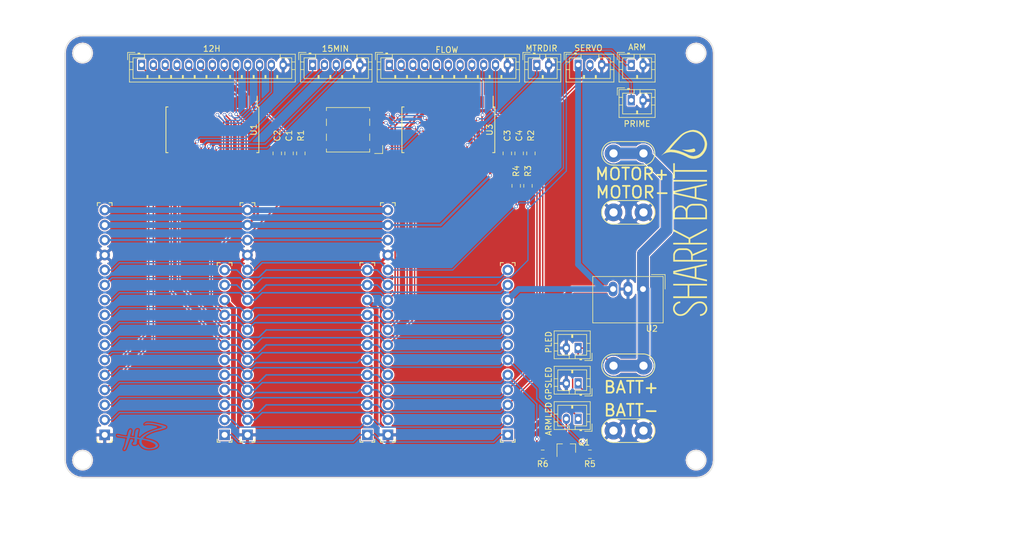
<source format=kicad_pcb>
(kicad_pcb (version 20171130) (host pcbnew "(5.0.0)")
  (title_block (date 2019-05-20))
  (layers (0 F.Cu signal) (31 B.Cu signal) (34 B.Paste user) (35 F.Paste user) (36 B.SilkS user) (37 F.SilkS user) (38 B.Mask user) (39 F.Mask user) (44 Edge.Cuts user))
  (net 0 "")
  (net 1 GND)
  (net 2 VCC)
  (net 3 /A5)
  (net 4 /A4)
  (net 5 /A3)
  (net 6 /A2)
  (net 7 "Net-(J3-Pad1)")
  (net 8 "Net-(J3-Pad2)")
  (net 9 "Net-(J3-Pad3)")
  (net 10 "Net-(J3-Pad4)")
  (net 11 "Net-(J4-Pad1)")
  (net 12 "Net-(J4-Pad2)")
  (net 13 "Net-(J4-Pad3)")
  (net 14 "Net-(J4-Pad4)")
  (net 15 "Net-(J4-Pad5)")
  (net 16 "Net-(J4-Pad6)")
  (net 17 "Net-(J4-Pad7)")
  (net 18 "Net-(J4-Pad8)")
  (net 19 "Net-(J4-Pad9)")
  (net 20 "Net-(J4-Pad10)")
  (net 21 "Net-(J4-Pad11)")
  (net 22 "Net-(J4-Pad12)")
  (net 23 "Net-(J5-Pad1)")
  (net 24 "Net-(J6-Pad1)")
  (net 25 "Net-(J6-Pad2)")
  (net 26 "Net-(J6-Pad3)")
  (net 27 "Net-(J6-Pad4)")
  (net 28 "Net-(J6-Pad5)")
  (net 29 "Net-(J6-Pad6)")
  (net 30 "Net-(J6-Pad7)")
  (net 31 "Net-(J6-Pad8)")
  (net 32 "Net-(J6-Pad9)")
  (net 33 "Net-(J6-Pad10)")
  (net 34 +5V)
  (net 35 Servo)
  (net 36 /SCK)
  (net 37 /D0)
  (net 38 /D1)
  (net 39 /AREF)
  (net 40 /~RESET)
  (net 41 /SDA)
  (net 42 /D6)
  (net 43 /D12)
  (net 44 /D11)
  (net 45 /D13)
  (net 46 /EN)
  (net 47 /VBAT)
  (net 48 +BATT)
  (net 49 "Net-(U3-Pad16)")
  (net 50 /SCL)
  (net 51 PRIME)
  (net 52 ARM)
  (net 53 "Net-(J12-Pad1)")
  (net 54 "Net-(J14-Pad2)")
  (net 55 GPSLED)
  (net 56 ARMLED)
  (net 57 "Net-(Q1-Pad1)")
  (net 58 /MOSI)
  (net 59 /MISO)
  (net 60 "Net-(J15-Pad6)")
  (net 61 "Net-(J15-Pad4)")
  (net 62 "Net-(J15-Pad3)")
  (net 63 "Net-(J15-Pad1)")
  (module Adafruit_FeatherWing:PCB_FeatherWing_NoHoles (layer F.Cu) (at 160.91 73.66 270)
    (fp_text reference PCB**)
    (fp_text value VAL**)
  )
  (module Adafruit_FeatherWing:PCB_FeatherWing_NoHoles (layer F.Cu) (at 137.11 73.66 270)
    (fp_text reference PCB**)
    (fp_text value VAL**)
  )
  (module Adafruit_FeatherWing:PCB_FeatherWing_NoHoles (layer F.Cu) (at 112.91 73.66 270)
    (fp_text reference PCB**)
    (fp_text value VAL**)
  )
  (module Adafruit_FeatherWing:Conn_PinHeader_1x12_Reduced (layer F.Cu) (at 171.07 78.74 90)
    (fp_text reference JP2)
    (fp_text value PinHeader_01x12_2.54mm)
    (pad 1 thru_hole rect (at -13.97 0 90) (size 1.8 1.8) (drill 1) (layers *.Cu *.Mask) (net 41 /SDA))
    (pad 2 thru_hole circle (at -11.43 0 90) (size 1.8 1.8) (drill 1) (layers *.Cu *.Mask) (net 50 /SCL))
    (pad 3 thru_hole circle (at -8.89 0 90) (size 1.8 1.8) (drill 1) (layers *.Cu *.Mask) (net 35 Servo))
    (pad 4 thru_hole circle (at -6.35 0 90) (size 1.8 1.8) (drill 1) (layers *.Cu *.Mask) (net 42 /D6))
    (pad 7 thru_hole circle (at 1.27 0 90) (size 1.8 1.8) (drill 1) (layers *.Cu *.Mask) (net 44 /D11))
    (pad 6 thru_hole circle (at -1.27 0 90) (size 1.8 1.8) (drill 1) (layers *.Cu *.Mask) (net 55 GPSLED))
    (pad 5 thru_hole circle (at -3.81 0 90) (size 1.8 1.8) (drill 1) (layers *.Cu *.Mask) (net 56 ARMLED))
    (pad 8 thru_hole circle (at 3.81 0 90) (size 1.8 1.8) (drill 1) (layers *.Cu *.Mask) (net 43 /D12))
    (pad 9 thru_hole circle (at 6.35 0 90) (size 1.8 1.8) (drill 1) (layers *.Cu *.Mask) (net 45 /D13))
    (pad 10 thru_hole circle (at 8.89 0 90) (size 1.8 1.8) (drill 1) (layers *.Cu *.Mask) (net 34 +5V))
    (pad 12 thru_hole circle (at 13.97 0 90) (size 1.8 1.8) (drill 1) (layers *.Cu *.Mask) (net 47 /VBAT))
    (pad 11 thru_hole circle (at 11.43 0 90) (size 1.8 1.8) (drill 1) (layers *.Cu *.Mask) (net 46 /EN))
  )
  (module Adafruit_FeatherWing:Conn_PinHeader_1x12_Reduced (layer F.Cu) (at 147.27 78.74 90)
    (fp_text reference JP5)
    (fp_text value PinHeader_01x12_2.54mm)
    (pad 1 thru_hole rect (at -13.97 0 90) (size 1.8 1.8) (drill 1) (layers *.Cu *.Mask) (net 41 /SDA))
    (pad 2 thru_hole circle (at -11.43 0 90) (size 1.8 1.8) (drill 1) (layers *.Cu *.Mask) (net 50 /SCL))
    (pad 3 thru_hole circle (at -8.89 0 90) (size 1.8 1.8) (drill 1) (layers *.Cu *.Mask) (net 35 Servo))
    (pad 4 thru_hole circle (at -6.35 0 90) (size 1.8 1.8) (drill 1) (layers *.Cu *.Mask) (net 42 /D6))
    (pad 7 thru_hole circle (at 1.27 0 90) (size 1.8 1.8) (drill 1) (layers *.Cu *.Mask) (net 44 /D11))
    (pad 6 thru_hole circle (at -1.27 0 90) (size 1.8 1.8) (drill 1) (layers *.Cu *.Mask) (net 55 GPSLED))
    (pad 5 thru_hole circle (at -3.81 0 90) (size 1.8 1.8) (drill 1) (layers *.Cu *.Mask) (net 56 ARMLED))
    (pad 8 thru_hole circle (at 3.81 0 90) (size 1.8 1.8) (drill 1) (layers *.Cu *.Mask) (net 43 /D12))
    (pad 9 thru_hole circle (at 6.35 0 90) (size 1.8 1.8) (drill 1) (layers *.Cu *.Mask) (net 45 /D13))
    (pad 10 thru_hole circle (at 8.89 0 90) (size 1.8 1.8) (drill 1) (layers *.Cu *.Mask) (net 34 +5V))
    (pad 12 thru_hole circle (at 13.97 0 90) (size 1.8 1.8) (drill 1) (layers *.Cu *.Mask) (net 47 /VBAT))
    (pad 11 thru_hole circle (at 11.43 0 90) (size 1.8 1.8) (drill 1) (layers *.Cu *.Mask) (net 46 /EN))
  )
  (module Adafruit_FeatherWing:Conn_PinHeader_1x12_Reduced (layer F.Cu) (at 123.07 78.74 90)
    (fp_text reference JP3)
    (fp_text value PinHeader_01x12_2.54mm)
    (pad 1 thru_hole rect (at -13.97 0 90) (size 1.8 1.8) (drill 1) (layers *.Cu *.Mask) (net 41 /SDA))
    (pad 2 thru_hole circle (at -11.43 0 90) (size 1.8 1.8) (drill 1) (layers *.Cu *.Mask) (net 50 /SCL))
    (pad 3 thru_hole circle (at -8.89 0 90) (size 1.8 1.8) (drill 1) (layers *.Cu *.Mask) (net 35 Servo))
    (pad 4 thru_hole circle (at -6.35 0 90) (size 1.8 1.8) (drill 1) (layers *.Cu *.Mask) (net 42 /D6))
    (pad 7 thru_hole circle (at 1.27 0 90) (size 1.8 1.8) (drill 1) (layers *.Cu *.Mask) (net 44 /D11))
    (pad 6 thru_hole circle (at -1.27 0 90) (size 1.8 1.8) (drill 1) (layers *.Cu *.Mask) (net 55 GPSLED))
    (pad 5 thru_hole circle (at -3.81 0 90) (size 1.8 1.8) (drill 1) (layers *.Cu *.Mask) (net 56 ARMLED))
    (pad 8 thru_hole circle (at 3.81 0 90) (size 1.8 1.8) (drill 1) (layers *.Cu *.Mask) (net 43 /D12))
    (pad 9 thru_hole circle (at 6.35 0 90) (size 1.8 1.8) (drill 1) (layers *.Cu *.Mask) (net 45 /D13))
    (pad 10 thru_hole circle (at 8.89 0 90) (size 1.8 1.8) (drill 1) (layers *.Cu *.Mask) (net 34 +5V))
    (pad 12 thru_hole circle (at 13.97 0 90) (size 1.8 1.8) (drill 1) (layers *.Cu *.Mask) (net 47 /VBAT))
    (pad 11 thru_hole circle (at 11.43 0 90) (size 1.8 1.8) (drill 1) (layers *.Cu *.Mask) (net 46 /EN))
  )
  (module Adafruit_FeatherWing:Conn_PinHeader_1x16_Reduced (layer F.Cu) (at 150.75 73.66 90)
    (fp_text reference JP4)
    (fp_text value PinHeader_01x16_2.54mm)
    (pad 11 thru_hole circle (at 6.35 0 90) (size 1.8 1.8) (drill 1) (layers *.Cu *.Mask) (net 51 PRIME))
    (pad 12 thru_hole circle (at 8.89 0 90) (size 1.8 1.8) (drill 1) (layers *.Cu *.Mask) (net 52 ARM))
    (pad 10 thru_hole circle (at 3.81 0 90) (size 1.8 1.8) (drill 1) (layers *.Cu *.Mask) (net 6 /A2))
    (pad 9 thru_hole circle (at 1.27 0 90) (size 1.8 1.8) (drill 1) (layers *.Cu *.Mask) (net 5 /A3))
    (pad 8 thru_hole circle (at -1.27 0 90) (size 1.8 1.8) (drill 1) (layers *.Cu *.Mask) (net 4 /A4))
    (pad 5 thru_hole circle (at -8.89 0 90) (size 1.8 1.8) (drill 1) (layers *.Cu *.Mask) (net 58 /MOSI))
    (pad 6 thru_hole circle (at -6.35 0 90) (size 1.8 1.8) (drill 1) (layers *.Cu *.Mask) (net 36 /SCK))
    (pad 7 thru_hole circle (at -3.81 0 90) (size 1.8 1.8) (drill 1) (layers *.Cu *.Mask) (net 3 /A5))
    (pad 4 thru_hole circle (at -11.43 0 90) (size 1.8 1.8) (drill 1) (layers *.Cu *.Mask) (net 59 /MISO))
    (pad 3 thru_hole circle (at -13.97 0 90) (size 1.8 1.8) (drill 1) (layers *.Cu *.Mask) (net 37 /D0))
    (pad 2 thru_hole circle (at -16.51 0 90) (size 1.8 1.8) (drill 1) (layers *.Cu *.Mask) (net 38 /D1))
    (pad 1 thru_hole rect (at -19.05 0 90) (size 1.8 1.8) (drill 1) (layers *.Cu *.Mask) (net 1 GND))
    (pad 13 thru_hole circle (at 11.43 0 90) (size 1.8 1.8) (drill 1) (layers *.Cu *.Mask) (net 1 GND))
    (pad 14 thru_hole circle (at 13.97 0 90) (size 1.8 1.8) (drill 1) (layers *.Cu *.Mask) (net 39 /AREF))
    (pad 15 thru_hole circle (at 16.51 0 90) (size 1.8 1.8) (drill 1) (layers *.Cu *.Mask) (net 2 VCC))
    (pad 16 thru_hole circle (at 19.05 0 90) (size 1.8 1.8) (drill 1) (layers *.Cu *.Mask) (net 40 /~RESET))
  )
  (module Adafruit_FeatherWing:Conn_PinHeader_1x16_Reduced (layer F.Cu) (at 126.95 73.66 90)
    (fp_text reference JP6)
    (fp_text value PinHeader_01x16_2.54mm)
    (pad 11 thru_hole circle (at 6.35 0 90) (size 1.8 1.8) (drill 1) (layers *.Cu *.Mask) (net 51 PRIME))
    (pad 12 thru_hole circle (at 8.89 0 90) (size 1.8 1.8) (drill 1) (layers *.Cu *.Mask) (net 52 ARM))
    (pad 10 thru_hole circle (at 3.81 0 90) (size 1.8 1.8) (drill 1) (layers *.Cu *.Mask) (net 6 /A2))
    (pad 9 thru_hole circle (at 1.27 0 90) (size 1.8 1.8) (drill 1) (layers *.Cu *.Mask) (net 5 /A3))
    (pad 8 thru_hole circle (at -1.27 0 90) (size 1.8 1.8) (drill 1) (layers *.Cu *.Mask) (net 4 /A4))
    (pad 5 thru_hole circle (at -8.89 0 90) (size 1.8 1.8) (drill 1) (layers *.Cu *.Mask) (net 58 /MOSI))
    (pad 6 thru_hole circle (at -6.35 0 90) (size 1.8 1.8) (drill 1) (layers *.Cu *.Mask) (net 36 /SCK))
    (pad 7 thru_hole circle (at -3.81 0 90) (size 1.8 1.8) (drill 1) (layers *.Cu *.Mask) (net 3 /A5))
    (pad 4 thru_hole circle (at -11.43 0 90) (size 1.8 1.8) (drill 1) (layers *.Cu *.Mask) (net 59 /MISO))
    (pad 3 thru_hole circle (at -13.97 0 90) (size 1.8 1.8) (drill 1) (layers *.Cu *.Mask) (net 37 /D0))
    (pad 2 thru_hole circle (at -16.51 0 90) (size 1.8 1.8) (drill 1) (layers *.Cu *.Mask) (net 38 /D1))
    (pad 1 thru_hole rect (at -19.05 0 90) (size 1.8 1.8) (drill 1) (layers *.Cu *.Mask) (net 1 GND))
    (pad 13 thru_hole circle (at 11.43 0 90) (size 1.8 1.8) (drill 1) (layers *.Cu *.Mask) (net 1 GND))
    (pad 14 thru_hole circle (at 13.97 0 90) (size 1.8 1.8) (drill 1) (layers *.Cu *.Mask) (net 39 /AREF))
    (pad 15 thru_hole circle (at 16.51 0 90) (size 1.8 1.8) (drill 1) (layers *.Cu *.Mask) (net 2 VCC))
    (pad 16 thru_hole circle (at 19.05 0 90) (size 1.8 1.8) (drill 1) (layers *.Cu *.Mask) (net 40 /~RESET))
  )
  (module Adafruit_FeatherWing:Conn_PinHeader_1x16_Reduced (layer F.Cu) (at 102.75 73.66 90)
    (fp_text reference JP1)
    (fp_text value PinHeader_01x16_2.54mm)
    (pad 11 thru_hole circle (at 6.35 0 90) (size 1.8 1.8) (drill 1) (layers *.Cu *.Mask) (net 51 PRIME))
    (pad 12 thru_hole circle (at 8.89 0 90) (size 1.8 1.8) (drill 1) (layers *.Cu *.Mask) (net 52 ARM))
    (pad 10 thru_hole circle (at 3.81 0 90) (size 1.8 1.8) (drill 1) (layers *.Cu *.Mask) (net 6 /A2))
    (pad 9 thru_hole circle (at 1.27 0 90) (size 1.8 1.8) (drill 1) (layers *.Cu *.Mask) (net 5 /A3))
    (pad 8 thru_hole circle (at -1.27 0 90) (size 1.8 1.8) (drill 1) (layers *.Cu *.Mask) (net 4 /A4))
    (pad 5 thru_hole circle (at -8.89 0 90) (size 1.8 1.8) (drill 1) (layers *.Cu *.Mask) (net 58 /MOSI))
    (pad 6 thru_hole circle (at -6.35 0 90) (size 1.8 1.8) (drill 1) (layers *.Cu *.Mask) (net 36 /SCK))
    (pad 7 thru_hole circle (at -3.81 0 90) (size 1.8 1.8) (drill 1) (layers *.Cu *.Mask) (net 3 /A5))
    (pad 4 thru_hole circle (at -11.43 0 90) (size 1.8 1.8) (drill 1) (layers *.Cu *.Mask) (net 59 /MISO))
    (pad 3 thru_hole circle (at -13.97 0 90) (size 1.8 1.8) (drill 1) (layers *.Cu *.Mask) (net 37 /D0))
    (pad 2 thru_hole circle (at -16.51 0 90) (size 1.8 1.8) (drill 1) (layers *.Cu *.Mask) (net 38 /D1))
    (pad 1 thru_hole rect (at -19.05 0 90) (size 1.8 1.8) (drill 1) (layers *.Cu *.Mask) (net 1 GND))
    (pad 13 thru_hole circle (at 11.43 0 90) (size 1.8 1.8) (drill 1) (layers *.Cu *.Mask) (net 1 GND))
    (pad 14 thru_hole circle (at 13.97 0 90) (size 1.8 1.8) (drill 1) (layers *.Cu *.Mask) (net 39 /AREF))
    (pad 15 thru_hole circle (at 16.51 0 90) (size 1.8 1.8) (drill 1) (layers *.Cu *.Mask) (net 2 VCC))
    (pad 16 thru_hole circle (at 19.05 0 90) (size 1.8 1.8) (drill 1) (layers *.Cu *.Mask) (net 40 /~RESET))
  )
  (module Connector_JST:JST_PH_B5B-PH-K_1x05_P2.00mm_Vertical (layer F.Cu) (at 138 30)
    (fp_text reference J3 hide)
    (fp_text value 15MIN (at 3.85 -2.75) (layer F.SilkS))
    (pad 1 thru_hole rect (at 0 0) (size 1.2 1.75) (drill 0.75) (layers *.Cu *.Mask) (net 7 "Net-(J3-Pad1)"))
    (pad 2 thru_hole oval (at 2 0) (size 1.2 1.75) (drill 0.75) (layers *.Cu *.Mask) (net 8 "Net-(J3-Pad2)"))
    (pad 3 thru_hole oval (at 4 0) (size 1.2 1.75) (drill 0.75) (layers *.Cu *.Mask) (net 9 "Net-(J3-Pad3)"))
    (pad 4 thru_hole oval (at 6 0) (size 1.2 1.75) (drill 0.75) (layers *.Cu *.Mask) (net 10 "Net-(J3-Pad4)"))
    (pad 5 thru_hole oval (at 8 0) (size 1.2 1.75) (drill 0.75) (layers *.Cu *.Mask) (net 1 GND))
  )
  (module Connector_JST:JST_PH_B13B-PH-K_1x13_P2.00mm_Vertical (layer F.Cu) (at 109 30)
    (fp_text reference J4 hide)
    (fp_text value 12H (at 11.9 -2.75) (layer F.SilkS))
    (pad 1 thru_hole rect (at 0 0) (size 1.2 1.75) (drill 0.75) (layers *.Cu *.Mask) (net 11 "Net-(J4-Pad1)"))
    (pad 2 thru_hole oval (at 2 0) (size 1.2 1.75) (drill 0.75) (layers *.Cu *.Mask) (net 12 "Net-(J4-Pad2)"))
    (pad 3 thru_hole oval (at 4 0) (size 1.2 1.75) (drill 0.75) (layers *.Cu *.Mask) (net 13 "Net-(J4-Pad3)"))
    (pad 4 thru_hole oval (at 6 0) (size 1.2 1.75) (drill 0.75) (layers *.Cu *.Mask) (net 14 "Net-(J4-Pad4)"))
    (pad 5 thru_hole oval (at 8 0) (size 1.2 1.75) (drill 0.75) (layers *.Cu *.Mask) (net 15 "Net-(J4-Pad5)"))
    (pad 6 thru_hole oval (at 10 0) (size 1.2 1.75) (drill 0.75) (layers *.Cu *.Mask) (net 16 "Net-(J4-Pad6)"))
    (pad 7 thru_hole oval (at 12 0) (size 1.2 1.75) (drill 0.75) (layers *.Cu *.Mask) (net 17 "Net-(J4-Pad7)"))
    (pad 8 thru_hole oval (at 14 0) (size 1.2 1.75) (drill 0.75) (layers *.Cu *.Mask) (net 18 "Net-(J4-Pad8)"))
    (pad 9 thru_hole oval (at 16 0) (size 1.2 1.75) (drill 0.75) (layers *.Cu *.Mask) (net 19 "Net-(J4-Pad9)"))
    (pad 10 thru_hole oval (at 18 0) (size 1.2 1.75) (drill 0.75) (layers *.Cu *.Mask) (net 20 "Net-(J4-Pad10)"))
    (pad 11 thru_hole oval (at 20 0) (size 1.2 1.75) (drill 0.75) (layers *.Cu *.Mask) (net 21 "Net-(J4-Pad11)"))
    (pad 12 thru_hole oval (at 22 0) (size 1.2 1.75) (drill 0.75) (layers *.Cu *.Mask) (net 22 "Net-(J4-Pad12)"))
    (pad 13 thru_hole oval (at 24 0) (size 1.2 1.75) (drill 0.75) (layers *.Cu *.Mask) (net 1 GND))
  )
  (module Connector_JST:JST_PH_B2B-PH-K_1x02_P2.00mm_Vertical (layer F.Cu) (at 176 30)
    (fp_text reference J5 hide)
    (fp_text value MTRDIR (at 0.8 -2.8) (layer F.SilkS))
    (pad 1 thru_hole rect (at 0 0) (size 1.2 1.75) (drill 0.75) (layers *.Cu *.Mask) (net 23 "Net-(J5-Pad1)"))
    (pad 2 thru_hole oval (at 2 0) (size 1.2 1.75) (drill 0.75) (layers *.Cu *.Mask) (net 1 GND))
  )
  (module Connector_JST:JST_PH_B11B-PH-K_1x11_P2.00mm_Vertical (layer F.Cu) (at 151 30)
    (fp_text reference J6 hide)
    (fp_text value FLOW (at 9.75 -2.55) (layer F.SilkS))
    (pad 1 thru_hole rect (at 0 0) (size 1.2 1.75) (drill 0.75) (layers *.Cu *.Mask) (net 24 "Net-(J6-Pad1)"))
    (pad 2 thru_hole oval (at 2 0) (size 1.2 1.75) (drill 0.75) (layers *.Cu *.Mask) (net 25 "Net-(J6-Pad2)"))
    (pad 3 thru_hole oval (at 4 0) (size 1.2 1.75) (drill 0.75) (layers *.Cu *.Mask) (net 26 "Net-(J6-Pad3)"))
    (pad 4 thru_hole oval (at 6 0) (size 1.2 1.75) (drill 0.75) (layers *.Cu *.Mask) (net 27 "Net-(J6-Pad4)"))
    (pad 5 thru_hole oval (at 8 0) (size 1.2 1.75) (drill 0.75) (layers *.Cu *.Mask) (net 28 "Net-(J6-Pad5)"))
    (pad 6 thru_hole oval (at 10 0) (size 1.2 1.75) (drill 0.75) (layers *.Cu *.Mask) (net 29 "Net-(J6-Pad6)"))
    (pad 7 thru_hole oval (at 12 0) (size 1.2 1.75) (drill 0.75) (layers *.Cu *.Mask) (net 30 "Net-(J6-Pad7)"))
    (pad 8 thru_hole oval (at 14 0) (size 1.2 1.75) (drill 0.75) (layers *.Cu *.Mask) (net 31 "Net-(J6-Pad8)"))
    (pad 9 thru_hole oval (at 16 0) (size 1.2 1.75) (drill 0.75) (layers *.Cu *.Mask) (net 32 "Net-(J6-Pad9)"))
    (pad 10 thru_hole oval (at 18 0) (size 1.2 1.75) (drill 0.75) (layers *.Cu *.Mask) (net 33 "Net-(J6-Pad10)"))
    (pad 11 thru_hole oval (at 20 0) (size 1.2 1.75) (drill 0.75) (layers *.Cu *.Mask) (net 1 GND))
  )
  (module Resistor_SMD:R_0805_2012Metric (layer F.Cu) (at 136 45 90)
    (fp_text reference R1 (at 3 0 90) (layer F.SilkS))
    (fp_text value 10K hide)
    (pad 2 smd roundrect (at 0.9375 0 90) (size 0.975 1.4) (layers F.Cu F.Paste F.Mask) (net 45 /D13))
    (pad 1 smd roundrect (at -0.9375 0 90) (size 0.975 1.4) (layers F.Cu F.Paste F.Mask) (net 2 VCC))
  )
  (module Resistor_SMD:R_0805_2012Metric (layer F.Cu) (at 175 45 90)
    (fp_text reference R2 (at 3 0 90) (layer F.SilkS))
    (fp_text value 10K hide)
    (pad 1 smd roundrect (at -0.9375 0 90) (size 0.975 1.4) (layers F.Cu F.Paste F.Mask) (net 2 VCC))
    (pad 2 smd roundrect (at 0.9375 0 90) (size 0.975 1.4) (layers F.Cu F.Paste F.Mask) (net 42 /D6))
  )
  (module Package_SO:SOIC-24W_7.5x15.4mm_P1.27mm (layer F.Cu) (at 121 41 270)
    (fp_text reference U1 (at 0 -7 270) (layer F.SilkS))
    (fp_text value CD74HC4067M)
    (pad 24 smd rect (at 4.7 -6.985 270) (size 2 0.6) (layers F.Cu F.Paste F.Mask) (net 2 VCC))
    (pad 23 smd rect (at 4.7 -5.715 270) (size 2 0.6) (layers F.Cu F.Paste F.Mask) (net 19 "Net-(J4-Pad9)"))
    (pad 22 smd rect (at 4.7 -4.445 270) (size 2 0.6) (layers F.Cu F.Paste F.Mask) (net 20 "Net-(J4-Pad10)"))
    (pad 21 smd rect (at 4.7 -3.175 270) (size 2 0.6) (layers F.Cu F.Paste F.Mask) (net 21 "Net-(J4-Pad11)"))
    (pad 20 smd rect (at 4.7 -1.905 270) (size 2 0.6) (layers F.Cu F.Paste F.Mask) (net 22 "Net-(J4-Pad12)"))
    (pad 19 smd rect (at 4.7 -0.635 270) (size 2 0.6) (layers F.Cu F.Paste F.Mask) (net 10 "Net-(J3-Pad4)"))
    (pad 18 smd rect (at 4.7 0.635 270) (size 2 0.6) (layers F.Cu F.Paste F.Mask) (net 9 "Net-(J3-Pad3)"))
    (pad 17 smd rect (at 4.7 1.905 270) (size 2 0.6) (layers F.Cu F.Paste F.Mask) (net 8 "Net-(J3-Pad2)"))
    (pad 16 smd rect (at 4.7 3.175 270) (size 2 0.6) (layers F.Cu F.Paste F.Mask) (net 7 "Net-(J3-Pad1)"))
    (pad 15 smd rect (at 4.7 4.445 270) (size 2 0.6) (layers F.Cu F.Paste F.Mask) (net 1 GND))
    (pad 14 smd rect (at 4.7 5.715 270) (size 2 0.6) (layers F.Cu F.Paste F.Mask) (net 43 /D12))
    (pad 13 smd rect (at 4.7 6.985 270) (size 2 0.6) (layers F.Cu F.Paste F.Mask) (net 44 /D11))
    (pad 12 smd rect (at -4.7 6.985 270) (size 2 0.6) (layers F.Cu F.Paste F.Mask) (net 1 GND))
    (pad 11 smd rect (at -4.7 5.715 270) (size 2 0.6) (layers F.Cu F.Paste F.Mask) (net 58 /MOSI))
    (pad 10 smd rect (at -4.7 4.445 270) (size 2 0.6) (layers F.Cu F.Paste F.Mask) (net 59 /MISO))
    (pad 9 smd rect (at -4.7 3.175 270) (size 2 0.6) (layers F.Cu F.Paste F.Mask) (net 11 "Net-(J4-Pad1)"))
    (pad 8 smd rect (at -4.7 1.905 270) (size 2 0.6) (layers F.Cu F.Paste F.Mask) (net 12 "Net-(J4-Pad2)"))
    (pad 7 smd rect (at -4.7 0.635 270) (size 2 0.6) (layers F.Cu F.Paste F.Mask) (net 13 "Net-(J4-Pad3)"))
    (pad 6 smd rect (at -4.7 -0.635 270) (size 2 0.6) (layers F.Cu F.Paste F.Mask) (net 14 "Net-(J4-Pad4)"))
    (pad 5 smd rect (at -4.7 -1.905 270) (size 2 0.6) (layers F.Cu F.Paste F.Mask) (net 15 "Net-(J4-Pad5)"))
    (pad 4 smd rect (at -4.7 -3.175 270) (size 2 0.6) (layers F.Cu F.Paste F.Mask) (net 16 "Net-(J4-Pad6)"))
    (pad 3 smd rect (at -4.7 -4.445 270) (size 2 0.6) (layers F.Cu F.Paste F.Mask) (net 17 "Net-(J4-Pad7)"))
    (pad 2 smd rect (at -4.7 -5.715 270) (size 2 0.6) (layers F.Cu F.Paste F.Mask) (net 18 "Net-(J4-Pad8)"))
    (pad 1 smd rect (at -4.7 -6.985 270) (size 2 0.6) (layers F.Cu F.Paste F.Mask) (net 45 /D13))
  )
  (module Converter_DCDC:Converter_DCDC_TRACO_TSR-1_THT (layer F.Cu) (at 194 68 180)
    (fp_text reference U2 (at -1.5 -6.71 180) (layer F.SilkS))
    (fp_text value TSR_1-2450)
    (pad 1 thru_hole rect (at 0 0 180) (size 1.5 2.5) (drill 1) (layers *.Cu *.Mask) (net 48 +BATT))
    (pad 2 thru_hole oval (at 2.54 0 180) (size 1.5 2.5) (drill 1) (layers *.Cu *.Mask) (net 1 GND))
    (pad 3 thru_hole oval (at 5.08 0 180) (size 1.5 2.5) (drill 1) (layers *.Cu *.Mask) (net 34 +5V))
  )
  (module Package_SO:SOIC-24W_7.5x15.4mm_P1.27mm (layer F.Cu) (at 161 41 270)
    (fp_text reference U3 (at 0 -7 270) (layer F.SilkS))
    (fp_text value CD74HC4067M)
    (pad 1 smd rect (at -4.7 -6.985 270) (size 2 0.6) (layers F.Cu F.Paste F.Mask) (net 42 /D6))
    (pad 2 smd rect (at -4.7 -5.715 270) (size 2 0.6) (layers F.Cu F.Paste F.Mask) (net 31 "Net-(J6-Pad8)"))
    (pad 3 smd rect (at -4.7 -4.445 270) (size 2 0.6) (layers F.Cu F.Paste F.Mask) (net 30 "Net-(J6-Pad7)"))
    (pad 4 smd rect (at -4.7 -3.175 270) (size 2 0.6) (layers F.Cu F.Paste F.Mask) (net 29 "Net-(J6-Pad6)"))
    (pad 5 smd rect (at -4.7 -1.905 270) (size 2 0.6) (layers F.Cu F.Paste F.Mask) (net 28 "Net-(J6-Pad5)"))
    (pad 6 smd rect (at -4.7 -0.635 270) (size 2 0.6) (layers F.Cu F.Paste F.Mask) (net 27 "Net-(J6-Pad4)"))
    (pad 7 smd rect (at -4.7 0.635 270) (size 2 0.6) (layers F.Cu F.Paste F.Mask) (net 26 "Net-(J6-Pad3)"))
    (pad 8 smd rect (at -4.7 1.905 270) (size 2 0.6) (layers F.Cu F.Paste F.Mask) (net 25 "Net-(J6-Pad2)"))
    (pad 9 smd rect (at -4.7 3.175 270) (size 2 0.6) (layers F.Cu F.Paste F.Mask) (net 24 "Net-(J6-Pad1)"))
    (pad 10 smd rect (at -4.7 4.445 270) (size 2 0.6) (layers F.Cu F.Paste F.Mask) (net 5 /A3))
    (pad 11 smd rect (at -4.7 5.715 270) (size 2 0.6) (layers F.Cu F.Paste F.Mask) (net 6 /A2))
    (pad 12 smd rect (at -4.7 6.985 270) (size 2 0.6) (layers F.Cu F.Paste F.Mask) (net 1 GND))
    (pad 13 smd rect (at 4.7 6.985 270) (size 2 0.6) (layers F.Cu F.Paste F.Mask) (net 4 /A4))
    (pad 14 smd rect (at 4.7 5.715 270) (size 2 0.6) (layers F.Cu F.Paste F.Mask) (net 3 /A5))
    (pad 15 smd rect (at 4.7 4.445 270) (size 2 0.6) (layers F.Cu F.Paste F.Mask) (net 1 GND))
    (pad 16 smd rect (at 4.7 3.175 270) (size 2 0.6) (layers F.Cu F.Paste F.Mask) (net 49 "Net-(U3-Pad16)"))
    (pad 17 smd rect (at 4.7 1.905 270) (size 2 0.6) (layers F.Cu F.Paste F.Mask) (net 60 "Net-(J15-Pad6)"))
    (pad 18 smd rect (at 4.7 0.635 270) (size 2 0.6) (layers F.Cu F.Paste F.Mask) (net 61 "Net-(J15-Pad4)"))
    (pad 19 smd rect (at 4.7 -0.635 270) (size 2 0.6) (layers F.Cu F.Paste F.Mask) (net 62 "Net-(J15-Pad3)"))
    (pad 20 smd rect (at 4.7 -1.905 270) (size 2 0.6) (layers F.Cu F.Paste F.Mask) (net 63 "Net-(J15-Pad1)"))
    (pad 21 smd rect (at 4.7 -3.175 270) (size 2 0.6) (layers F.Cu F.Paste F.Mask) (net 23 "Net-(J5-Pad1)"))
    (pad 22 smd rect (at 4.7 -4.445 270) (size 2 0.6) (layers F.Cu F.Paste F.Mask) (net 33 "Net-(J6-Pad10)"))
    (pad 23 smd rect (at 4.7 -5.715 270) (size 2 0.6) (layers F.Cu F.Paste F.Mask) (net 32 "Net-(J6-Pad9)"))
    (pad 24 smd rect (at 4.7 -6.985 270) (size 2 0.6) (layers F.Cu F.Paste F.Mask) (net 2 VCC))
  )
  (module project_footprints:connect_QC_Male (layer F.Cu) (at 189 81)
    (fp_text reference J1 hide)
    (fp_text value BATT+ (at 3 3.65) (layer F.SilkS) (effects (font (size 2 2) (thickness 0.3))))
    (pad 1 thru_hole circle (at 0 0) (size 3 3) (drill 1.4) (layers *.Cu *.Mask) (net 48 +BATT))
    (pad 1 thru_hole circle (at 5.08 0) (size 3 3) (drill 1.4) (layers *.Cu *.Mask) (net 48 +BATT))
  )
  (module project_footprints:connect_QC_Male (layer F.Cu) (at 189 92)
    (fp_text reference J2 hide)
    (fp_text value BATT- (at 3 -3.45) (layer F.SilkS) (effects (font (size 2 2) (thickness 0.3))))
    (pad 1 thru_hole circle (at 5.08 0) (size 3 3) (drill 1.4) (layers *.Cu *.Mask) (net 1 GND))
    (pad 1 thru_hole circle (at 0 0) (size 3 3) (drill 1.4) (layers *.Cu *.Mask) (net 1 GND))
  )
  (module project_footprints:connect_QC_Male (layer F.Cu) (at 189 45)
    (fp_text reference J8 hide)
    (fp_text value MOTOR+ (at 3.15 3.5) (layer F.SilkS) (effects (font (size 2 2) (thickness 0.3))))
    (pad 1 thru_hole circle (at 0 0) (size 3 3) (drill 1.4) (layers *.Cu *.Mask) (net 48 +BATT))
    (pad 1 thru_hole circle (at 5.08 0) (size 3 3) (drill 1.4) (layers *.Cu *.Mask) (net 48 +BATT))
  )
  (module project_footprints:connect_QC_Male (layer F.Cu) (at 189 55)
    (fp_text reference J9 hide)
    (fp_text value MOTOR- (at 3.25 -3.4) (layer F.SilkS) (effects (font (size 2 2) (thickness 0.3))))
    (pad 1 thru_hole circle (at 5.08 0) (size 3 3) (drill 1.4) (layers *.Cu *.Mask) (net 1 GND))
    (pad 1 thru_hole circle (at 0 0) (size 3 3) (drill 1.4) (layers *.Cu *.Mask) (net 1 GND))
  )
  (module Connector_JST:JST_PH_B3B-PH-K_1x03_P2.00mm_Vertical (layer F.Cu) (at 183 30)
    (fp_text reference J7 hide)
    (fp_text value SERVO (at 1.75 -2.85) (layer F.SilkS))
    (pad 1 thru_hole rect (at 0 0) (size 1.2 1.75) (drill 0.75) (layers *.Cu *.Mask) (net 34 +5V))
    (pad 2 thru_hole oval (at 2 0) (size 1.2 1.75) (drill 0.75) (layers *.Cu *.Mask) (net 35 Servo))
    (pad 3 thru_hole oval (at 4 0) (size 1.2 1.75) (drill 0.75) (layers *.Cu *.Mask) (net 1 GND))
  )
  (module Capacitor_SMD:C_0805_2012Metric (layer F.Cu) (at 134 45 90)
    (fp_text reference C1 (at 3 0 90) (layer F.SilkS))
    (fp_text value 0.1uF hide)
    (pad 2 smd roundrect (at 0.9375 0 90) (size 0.975 1.4) (layers F.Cu F.Paste F.Mask) (net 1 GND))
    (pad 1 smd roundrect (at -0.9375 0 90) (size 0.975 1.4) (layers F.Cu F.Paste F.Mask) (net 2 VCC))
  )
  (module Capacitor_SMD:C_0805_2012Metric (layer F.Cu) (at 132 45 90)
    (fp_text reference C2 (at 3 0 90) (layer F.SilkS))
    (fp_text value 0.1uF hide)
    (pad 1 smd roundrect (at -0.9375 0 90) (size 0.975 1.4) (layers F.Cu F.Paste F.Mask) (net 2 VCC))
    (pad 2 smd roundrect (at 0.9375 0 90) (size 0.975 1.4) (layers F.Cu F.Paste F.Mask) (net 1 GND))
  )
  (module Capacitor_SMD:C_0805_2012Metric (layer F.Cu) (at 171 45 90)
    (fp_text reference C3 (at 3 0 90) (layer F.SilkS))
    (fp_text value 0.1uF hide)
    (pad 2 smd roundrect (at 0.9375 0 90) (size 0.975 1.4) (layers F.Cu F.Paste F.Mask) (net 1 GND))
    (pad 1 smd roundrect (at -0.9375 0 90) (size 0.975 1.4) (layers F.Cu F.Paste F.Mask) (net 2 VCC))
  )
  (module Capacitor_SMD:C_0805_2012Metric (layer F.Cu) (at 173 45 90)
    (fp_text reference C4 (at 3 0 90) (layer F.SilkS))
    (fp_text value 0.1uF hide)
    (pad 1 smd roundrect (at -0.9375 0 90) (size 0.975 1.4) (layers F.Cu F.Paste F.Mask) (net 2 VCC))
    (pad 2 smd roundrect (at 0.9375 0 90) (size 0.975 1.4) (layers F.Cu F.Paste F.Mask) (net 1 GND))
  )
  (module Connector_JST:JST_PH_B2B-PH-K_1x02_P2.00mm_Vertical (layer F.Cu) (at 192 36)
    (fp_text reference J10 hide)
    (fp_text value PRIME (at 1 4) (layer F.SilkS))
    (pad 2 thru_hole oval (at 2 0) (size 1.2 1.75) (drill 0.75) (layers *.Cu *.Mask) (net 1 GND))
    (pad 1 thru_hole rect (at 0 0) (size 1.2 1.75) (drill 0.75) (layers *.Cu *.Mask) (net 51 PRIME))
  )
  (module Connector_JST:JST_PH_B2B-PH-K_1x02_P2.00mm_Vertical (layer F.Cu) (at 192 30)
    (fp_text reference J11 hide)
    (fp_text value ARM (at 1 -3) (layer F.SilkS))
    (pad 1 thru_hole rect (at 0 0) (size 1.2 1.75) (drill 0.75) (layers *.Cu *.Mask) (net 52 ARM))
    (pad 2 thru_hole oval (at 2 0) (size 1.2 1.75) (drill 0.75) (layers *.Cu *.Mask) (net 1 GND))
  )
  (module Resistor_SMD:R_0805_2012Metric (layer F.Cu) (at 174.5 50.5 270)
    (fp_text reference R3 (at -2.5 0 270) (layer F.SilkS))
    (fp_text value 10K hide)
    (pad 1 smd roundrect (at -0.9375 0 270) (size 0.975 1.4) (layers F.Cu F.Paste F.Mask) (net 2 VCC))
    (pad 2 smd roundrect (at 0.9375 0 270) (size 0.975 1.4) (layers F.Cu F.Paste F.Mask) (net 51 PRIME))
  )
  (module Resistor_SMD:R_0805_2012Metric (layer F.Cu) (at 172.5 50.5 270)
    (fp_text reference R4 (at -2.5 0 270) (layer F.SilkS))
    (fp_text value 10K hide)
    (pad 2 smd roundrect (at 0.9375 0 270) (size 0.975 1.4) (layers F.Cu F.Paste F.Mask) (net 52 ARM))
    (pad 1 smd roundrect (at -0.9375 0 270) (size 0.975 1.4) (layers F.Cu F.Paste F.Mask) (net 2 VCC))
  )
  (module Connector_JST:JST_PH_B2B-PH-K_1x02_P2.00mm_Vertical (layer F.Cu) (at 183 84 180)
    (fp_text reference J12 hide)
    (fp_text value GPSLED (at 5 0 270) (layer F.SilkS))
    (pad 2 thru_hole oval (at 2 0 180) (size 1.2 1.75) (drill 0.75) (layers *.Cu *.Mask) (net 1 GND))
    (pad 1 thru_hole rect (at 0 0 180) (size 1.2 1.75) (drill 0.75) (layers *.Cu *.Mask) (net 53 "Net-(J12-Pad1)"))
  )
  (module Connector_JST:JST_PH_B2B-PH-K_1x02_P2.00mm_Vertical (layer F.Cu) (at 183 78 180)
    (fp_text reference J13 hide)
    (fp_text value PLED (at 5 1 270) (layer F.SilkS))
    (pad 1 thru_hole rect (at 0 0 180) (size 1.2 1.75) (drill 0.75) (layers *.Cu *.Mask) (net 48 +BATT))
    (pad 2 thru_hole oval (at 2 0 180) (size 1.2 1.75) (drill 0.75) (layers *.Cu *.Mask) (net 1 GND))
  )
  (module Connector_JST:JST_PH_B2B-PH-K_1x02_P2.00mm_Vertical (layer F.Cu) (at 183 90 180)
    (fp_text reference J14 hide)
    (fp_text value ARMLED (at 5 0 270) (layer F.SilkS))
    (pad 1 thru_hole rect (at 0 0 180) (size 1.2 1.75) (drill 0.75) (layers *.Cu *.Mask) (net 48 +BATT))
    (pad 2 thru_hole oval (at 2 0 180) (size 1.2 1.75) (drill 0.75) (layers *.Cu *.Mask) (net 54 "Net-(J14-Pad2)"))
  )
  (module Resistor_SMD:R_0805_2012Metric (layer F.Cu) (at 185 96 180)
    (fp_text reference R5 (at 0 -1.65 180) (layer F.SilkS))
    (fp_text value 330 hide)
    (pad 2 smd roundrect (at 0.9375 0 180) (size 0.975 1.4) (layers F.Cu F.Paste F.Mask) (net 55 GPSLED))
    (pad 1 smd roundrect (at -0.9375 0 180) (size 0.975 1.4) (layers F.Cu F.Paste F.Mask) (net 53 "Net-(J12-Pad1)"))
  )
  (module Resistor_SMD:R_0805_2012Metric (layer F.Cu) (at 177 96 180)
    (fp_text reference R6 (at 0 -1.65 180) (layer F.SilkS))
    (fp_text value 1k hide)
    (pad 1 smd roundrect (at -0.9375 0 180) (size 0.975 1.4) (layers F.Cu F.Paste F.Mask) (net 57 "Net-(Q1-Pad1)"))
    (pad 2 smd roundrect (at 0.9375 0 180) (size 0.975 1.4) (layers F.Cu F.Paste F.Mask) (net 56 ARMLED))
  )
  (module Package_TO_SOT_SMD:SOT-23 (layer F.Cu) (at 181 95 90)
    (fp_text reference Q1 (at 1 3 180) (layer F.SilkS))
    (fp_text value MMBT3904 hide)
    (pad 1 smd rect (at -1 -0.95 90) (size 0.9 0.8) (layers F.Cu F.Paste F.Mask) (net 57 "Net-(Q1-Pad1)"))
    (pad 2 smd rect (at -1 0.95 90) (size 0.9 0.8) (layers F.Cu F.Paste F.Mask) (net 1 GND))
    (pad 3 smd rect (at 1 0 90) (size 0.9 0.8) (layers F.Cu F.Paste F.Mask) (net 54 "Net-(J14-Pad2)"))
  )
  (module project_footprints:Nidec_CS-7 (layer F.Cu) (at 144 41 180)
    (fp_text reference J15 hide)
    (fp_text value Conn_01x06 hide)
    (pad 1 smd rect (at -4 -2.54 180) (size 3 1) (layers F.Cu F.Paste F.Mask) (net 63 "Net-(J15-Pad1)"))
    (pad 4 smd rect (at 4 -2.54 180) (size 3 1) (layers F.Cu F.Paste F.Mask) (net 61 "Net-(J15-Pad4)"))
    (pad 2 smd rect (at -4 0 180) (size 3 1) (layers F.Cu F.Paste F.Mask) (net 1 GND))
    (pad 5 smd rect (at 4 0 180) (size 3 1) (layers F.Cu F.Paste F.Mask) (net 1 GND))
    (pad 3 smd rect (at -4 2.54 180) (size 3 1) (layers F.Cu F.Paste F.Mask) (net 62 "Net-(J15-Pad3)"))
    (pad 6 smd rect (at 4 2.54 180) (size 3 1) (layers F.Cu F.Paste F.Mask) (net 60 "Net-(J15-Pad6)"))
  )
  (module logos:SH_Logo (layer B.Cu) (at 109 93 180)
    (fp_text reference G*** hide)
    (fp_text value LOGO hide)
  )
  (module logos:SH_Logo_cu (layer B.Cu) (at 109 93 180)
    (fp_text reference G*** hide)
    (fp_text value LOGO hide)
    (fp_poly (pts (xy -0.966646 2.361155) (xy -0.948879 2.360407) (xy -0.84604 2.355022) (xy -0.739541 2.297778) (xy -0.674771 2.261873) (xy -0.622761 2.230414) (xy -0.581522 2.20198) (xy -0.549062 2.175151) (xy -0.523389 2.148508) (xy -0.514141 2.137016) (xy -0.494586 2.109271) (xy -0.480605 2.085298) (xy -0.473268 2.067503) (xy -0.473645 2.058293) (xy -0.479136 2.058268) (xy -0.496428 2.063406) (xy -0.525867 2.070616) (xy -0.563974 2.079172) (xy -0.607268 2.088346) (xy -0.65227 2.097414) (xy -0.695501 2.105647) (xy -0.73348 2.112319) (xy -0.751789 2.115196) (xy -0.930469 2.13493) (xy -1.119725 2.143181) (xy -1.319217 2.139994) (xy -1.528603 2.12541) (xy -1.747543 2.099474) (xy -1.975697 2.062228) (xy -2.212723 2.013717) (xy -2.458281 1.953982) (xy -2.712031 1.883068) (xy -2.806394 1.854478) (xy -2.871596 1.833942) (xy -2.940851 1.811442) (xy -3.012659 1.787523) (xy -3.085515 1.762732) (xy -3.157918 1.737613) (xy -3.228364 1.712712) (xy -3.295352 1.688575) (xy -3.357378 1.665747) (xy -3.412941 1.644773) (xy -3.460537 1.626198) (xy -3.498664 1.610569) (xy -3.52582 1.59843) (xy -3.540502 1.590328) (xy -3.542479 1.587274) (xy -3.532993 1.583035) (xy -3.509509 1.574386) (xy -3.473168 1.561704) (xy -3.425109 1.545362) (xy -3.366472 1.525737) (xy -3.298396 1.503203) (xy -3.222021 1.478137) (xy -3.138486 1.450912) (xy -3.048932 1.421904) (xy -2.954498 1.391489) (xy -2.856323 1.360042) (xy -2.755547 1.327937) (xy -2.734686 1.321313) (xy -2.547969 1.261696) (xy -2.375432 1.205797) (xy -2.215933 1.153188) (xy -2.068328 1.103439) (xy -1.931475 1.05612) (xy -1.804231 1.010801) (xy -1.685453 0.967054) (xy -1.573997 0.924448) (xy -1.468721 0.882554) (xy -1.368483 0.840941) (xy -1.272138 0.799182) (xy -1.178545 0.756845) (xy -1.08656 0.713501) (xy -0.99504 0.668722) (xy -0.98425 0.663339) (xy -0.774484 0.552525) (xy -0.579843 0.437329) (xy -0.400167 0.317646) (xy -0.235294 0.193372) (xy -0.150813 0.122981) (xy -0.103199 0.08042) (xy -0.050857 0.031239) (xy 0.003055 -0.021401) (xy 0.055374 -0.074342) (xy 0.102943 -0.124423) (xy 0.142599 -0.168485) (xy 0.153577 -0.181365) (xy 0.202406 -0.239699) (xy 0.265906 -0.235586) (xy 0.298368 -0.231863) (xy 0.340745 -0.224699) (xy 0.387712 -0.215098) (xy 0.433945 -0.204068) (xy 0.437109 -0.203244) (xy 0.482555 -0.192226) (xy 0.53032 -0.182176) (xy 0.577553 -0.173529) (xy 0.621401 -0.166717) (xy 0.659012 -0.162173) (xy 0.687535 -0.160332) (xy 0.704116 -0.161625) (xy 0.705933 -0.162407) (xy 0.712677 -0.164011) (xy 0.717064 -0.157851) (xy 0.719212 -0.142235) (xy 0.719239 -0.115469) (xy 0.717264 -0.075859) (xy 0.714626 -0.037874) (xy 0.70901 0.031271) (xy 0.702531 0.097255) (xy 0.694828 0.162188) (xy 0.685543 0.228178) (xy 0.674317 0.297335) (xy 0.660791 0.371767) (xy 0.644606 0.453583) (xy 0.625402 0.544893) (xy 0.602822 0.647806) (xy 0.582608 0.737599) (xy 0.564926 0.816538) (xy 0.548381 0.892432) (xy 0.533316 0.963562) (xy 0.520075 1.028209) (xy 0.509001 1.084656) (xy 0.500437 1.131184) (xy 0.494727 1.166076) (xy 0.492214 1.187612) (xy 0.492125 1.190425) (xy 0.499626 1.202741) (xy 0.520406 1.214787) (xy 0.551876 1.225773) (xy 0.591448 1.234907) (xy 0.636533 1.2414) (xy 0.66675 1.243785) (xy 0.725432 1.243872) (xy 0.773691 1.236153) (xy 0.815685 1.219101) (xy 0.85557 1.19119) (xy 0.885292 1.163539) (xy 0.916455 1.128766) (xy 0.94454 1.089907) (xy 0.969827 1.045865) (xy 0.992598 0.995545) (xy 1.013135 0.937854) (xy 1.031719 0.871695) (xy 1.04863 0.795974) (xy 1.064152 0.709596) (xy 1.078564 0.611466) (xy 1.092149 0.500489) (xy 1.105188 0.37557) (xy 1.114973 0.269875) (xy 1.120638 0.206786) (xy 1.126385 0.144569) (xy 1.131922 0.086232) (xy 1.136962 0.03478) (xy 1.141214 -0.006778) (xy 1.144312 -0.034792) (xy 1.15365 -0.113241) (xy 1.285247 -0.108665) (xy 1.416597 -0.099752) (xy 1.543843 -0.083039) (xy 1.623622 -0.071431) (xy 1.701567 -0.063738) (xy 1.785264 -0.059267) (xy 1.813718 -0.058423) (xy 1.956593 -0.054859) (xy 1.955679 0.014243) (xy 1.954897 0.039472) (xy 1.95294 0.064319) (xy 1.949363 0.090652) (xy 1.94372 0.120341) (xy 1.935563 0.155253) (xy 1.924447 0.197257) (xy 1.909926 0.248221) (xy 1.891552 0.310014) (xy 1.86888 0.384505) (xy 1.861427 0.408782) (xy 1.837093 0.488154) (xy 1.816957 0.554424) (xy 1.800449 0.609634) (xy 1.786997 0.655824) (xy 1.776031 0.695035) (xy 1.766981 0.729307) (xy 1.759275 0.760681) (xy 1.752345 0.791197) (xy 1.745618 0.822897) (xy 1.745542 0.823265) (xy 1.736465 0.876713) (xy 1.730367 0.93266) (xy 1.727359 0.987432) (xy 1.727551 1.037354) (xy 1.731055 1.078749) (xy 1.737066 1.105499) (xy 1.759882 1.14935) (xy 1.792047 1.181877) (xy 1.831204 1.202481) (xy 1.875 1.210564) (xy 1.921077 1.205528) (xy 1.967082 1.186775) (xy 1.991775 1.170185) (xy 2.030993 1.133894) (xy 2.068615 1.087097) (xy 2.10486 1.029213) (xy 2.139949 0.959657) (xy 2.174102 0.877847) (xy 2.207537 0.783199) (xy 2.240474 0.67513) (xy 2.273134 0.553059) (xy 2.305735 0.4164) (xy 2.338498 0.264571) (xy 2.345078 0.232389) (xy 2.355662 0.180388) (xy 2.365457 0.132652) (xy 2.373936 0.091712) (xy 2.380574 0.060101) (xy 2.384845 0.040351) (xy 2.385873 0.035936) (xy 2.389042 0.026274) (xy 2.394844 0.020355) (xy 2.40663 0.017268) (xy 2.427756 0.016102) (xy 2.459501 0.015945) (xy 2.543935 0.017514) (xy 2.632397 0.022183) (xy 2.726293 0.030146) (xy 2.827027 0.041596) (xy 2.936003 0.056728) (xy 3.054627 0.075736) (xy 3.184302 0.098814) (xy 3.326434 0.126155) (xy 3.472656 0.155919) (xy 3.613484 0.184741) (xy 3.739141 0.209435) (xy 3.849598 0.229994) (xy 3.944826 0.246414) (xy 4.024795 0.258689) (xy 4.089476 0.266814) (xy 4.096968 0.267586) (xy 4.165656 0.274449) (xy 4.170026 0.24752) (xy 4.172149 0.221189) (xy 4.169194 0.19361) (xy 4.160325 0.160835) (xy 4.144707 0.118917) (xy 4.14082 0.109379) (xy 4.126882 0.077609) (xy 4.115692 0.058012) (xy 4.105208 0.047625) (xy 4.09575 0.043909) (xy 4.074649 0.040169) (xy 4.039174 0.034748) (xy 3.990717 0.027821) (xy 3.930669 0.019561) (xy 3.860423 0.010145) (xy 3.78137 -0.000253) (xy 3.694903 -0.01146) (xy 3.602412 -0.023299) (xy 3.50529 -0.035596) (xy 3.404929 -0.048177) (xy 3.302721 -0.060866) (xy 3.200058 -0.07349) (xy 3.098331 -0.085872) (xy 2.998933 -0.097839) (xy 2.903255 -0.109216) (xy 2.812689 -0.119828) (xy 2.728627 -0.129501) (xy 2.652461 -0.138059) (xy 2.6035 -0.14341) (xy 2.555858 -0.148625) (xy 2.513966 -0.153367) (xy 2.480249 -0.15735) (xy 2.457133 -0.160285) (xy 2.447044 -0.161886) (xy 2.44681 -0.161986) (xy 2.4486 -0.169737) (xy 2.454697 -0.190285) (xy 2.46439 -0.221365) (xy 2.476972 -0.260712) (xy 2.491732 -0.306061) (xy 2.495684 -0.318085) (xy 2.516489 -0.382898) (xy 2.536434 -0.448673) (xy 2.556057 -0.517471) (xy 2.575891 -0.591348) (xy 2.596474 -0.672366) (xy 2.618341 -0.762582) (xy 2.642027 -0.864055) (xy 2.668068 -0.978845) (xy 2.671058 -0.992187) (xy 2.696139 -1.103479) (xy 2.718523 -1.201066) (xy 2.738666 -1.286804) (xy 2.757028 -1.362545) (xy 2.774066 -1.430143) (xy 2.790238 -1.491454) (xy 2.806001 -1.54833) (xy 2.821815 -1.602625) (xy 2.821966 -1.603133) (xy 2.838465 -1.656718) (xy 2.853825 -1.701774) (xy 2.869834 -1.742377) (xy 2.88828 -1.782603) (xy 2.910951 -1.826528) (xy 2.939634 -1.878226) (xy 2.952638 -1.901031) (xy 2.989373 -1.969597) (xy 3.015458 -2.029359) (xy 3.031522 -2.082689) (xy 3.038193 -2.131955) (xy 3.036099 -2.179529) (xy 3.032316 -2.201736) (xy 3.022425 -2.237902) (xy 3.008916 -2.260818) (xy 2.988837 -2.273097) (xy 2.959239 -2.277349) (xy 2.946796 -2.277435) (xy 2.914193 -2.274887) (xy 2.882004 -2.269093) (xy 2.868011 -2.265064) (xy 2.842568 -2.252688) (xy 2.814457 -2.234156) (xy 2.800542 -2.222924) (xy 2.787837 -2.211399) (xy 2.776287 -2.199896) (xy 2.765318 -2.187234) (xy 2.754356 -2.172228) (xy 2.742827 -2.153696) (xy 2.730159 -2.130454) (xy 2.715777 -2.10132) (xy 2.699108 -2.065111) (xy 2.679578 -2.020643) (xy 2.656613 -1.966733) (xy 2.629641 -1.902199) (xy 2.598086 -1.825857) (xy 2.561376 -1.736524) (xy 2.543128 -1.69203) (xy 2.513146 -1.617804) (xy 2.482328 -1.539234) (xy 2.450101 -1.45477) (xy 2.415894 -1.362858) (xy 2.379137 -1.261948) (xy 2.339257 -1.150486) (xy 2.295683 -1.026922) (xy 2.250354 -0.896937) (xy 2.209282 -0.778913) (xy 2.170742 -0.668746) (xy 2.135133 -0.567563) (xy 2.102857 -0.476492) (xy 2.074314 -0.396662) (xy 2.049904 -0.329199) (xy 2.030027 -0.275232) (xy 2.02392 -0.258959) (xy 2.006303 -0.212324) (xy 1.965573 -0.217434) (xy 1.94752 -0.21959) (xy 1.916021 -0.223233) (xy 1.873407 -0.228099) (xy 1.82201 -0.233923) (xy 1.764162 -0.24044) (xy 1.702194 -0.247386) (xy 1.678781 -0.250001) (xy 1.610367 -0.257751) (xy 1.540282 -0.265901) (xy 1.471941 -0.274036) (xy 1.408761 -0.281747) (xy 1.354154 -0.28862) (xy 1.311538 -0.294244) (xy 1.307703 -0.294772) (xy 1.182687 -0.312086) (xy 1.182687 -0.357911) (xy 1.184095 -0.380964) (xy 1.187994 -0.41598) (xy 1.193898 -0.45933) (xy 1.201323 -0.507384) (xy 1.207745 -0.545165) (xy 1.219326 -0.615251) (xy 1.22724 -0.675566) (xy 1.232069 -0.731633) (xy 1.2344 -0.788974) (xy 1.234584 -0.798936) (xy 1.235613 -0.840079) (xy 1.237212 -0.875816) (xy 1.239189 -0.903003) (xy 1.24135 -0.918498) (xy 1.242073 -0.920514) (xy 1.250525 -0.928085) (xy 1.269688 -0.942368) (xy 1.296928 -0.961477) (xy 1.329609 -0.983532) (xy 1.338218 -0.989217) (xy 1.396402 -1.030702) (xy 1.440337 -1.070071) (xy 1.471123 -1.10925) (xy 1.489864 -1.150166) (xy 1.497659 -1.194746) (xy 1.495612 -1.244917) (xy 1.493365 -1.260598) (xy 1.478597 -1.303248) (xy 1.449663 -1.341059) (xy 1.407945 -1.372417) (xy 1.389647 -1.382012) (xy 1.350776 -1.394618) (xy 1.300919 -1.401975) (xy 1.244136 -1.403889) (xy 1.184489 -1.400165) (xy 1.141784 -1.393835) (xy 1.111088 -1.387286) (xy 1.073547 -1.378119) (xy 1.032282 -1.367234) (xy 0.990416 -1.355531) (xy 0.951071 -1.34391) (xy 0.917369 -1.33327) (xy 0.892433 -1.324512) (xy 0.879384 -1.318535) (xy 0.878726 -1.318012) (xy 0.873968 -1.307138) (xy 0.867254 -1.282704) (xy 0.858999 -1.246846) (xy 0.849618 -1.201701) (xy 0.839527 -1.149405) (xy 0.82914 -1.092096) (xy 0.818872 -1.03191) (xy 0.809137 -0.970983) (xy 0.801886 -0.922261) (xy 0.796207 -0.880444) (xy 0.789844 -0.829885) (xy 0.783066 -0.773106) (xy 0.776142 -0.712626) (xy 0.769341 -0.650967) (xy 0.762933 -0.590647) (xy 0.757186 -0.534188) (xy 0.75237 -0.48411) (xy 0.748755 -0.442933) (xy 0.746609 -0.413178) (xy 0.746125 -0.400241) (xy 0.741903 -0.395897) (xy 0.727685 -0.395895) (xy 0.701145 -0.400313) (xy 0.692546 -0.402069) (xy 0.671346 -0.406899) (xy 0.639992 -0.414556) (xy 0.601117 -0.424348) (xy 0.557351 -0.435583) (xy 0.511326 -0.447566) (xy 0.465673 -0.459607) (xy 0.423024 -0.471011) (xy 0.386011 -0.481087) (xy 0.357264 -0.489141) (xy 0.339415 -0.494481) (xy 0.334805 -0.496241) (xy 0.336534 -0.503964) (xy 0.343834 -0.520866) (xy 0.348564 -0.530468) (xy 0.373754 -0.592166) (xy 0.393019 -0.664907) (xy 0.405914 -0.744834) (xy 0.411994 -0.82809) (xy 0.410814 -0.910819) (xy 0.401928 -0.989163) (xy 0.401694 -0.990513) (xy 0.372062 -1.115721) (xy 0.327672 -1.239386) (xy 0.269642 -1.359847) (xy 0.199088 -1.475441) (xy 0.117128 -1.584509) (xy 0.024878 -1.685389) (xy -0.076544 -1.776418) (xy -0.175543 -1.849079) (xy -0.289765 -1.918609) (xy -0.407683 -1.978055) (xy -0.531432 -2.028175) (xy -0.663149 -2.069724) (xy -0.804971 -2.103458) (xy -0.959033 -2.130134) (xy -0.976313 -2.1326) (xy -1.030281 -2.13839) (xy -1.096708 -2.142716) (xy -1.172248 -2.145577) (xy -1.253552 -2.146976) (xy -1.337272 -2.146914) (xy -1.420062 -2.145391) (xy -1.498574 -2.14241) (xy -1.56946 -2.137971) (xy -1.627188 -2.132345) (xy -1.728643 -2.118391) (xy -1.833315 -2.101055) (xy -1.937685 -2.081076) (xy -2.038232 -2.059192) (xy -2.131439 -2.036141) (xy -2.213786 -2.012663) (xy -2.244395 -2.002816) (xy -2.33731 -1.967936) (xy -2.426837 -1.927126) (xy -2.510987 -1.881673) (xy -2.587771 -1.832863) (xy -2.655201 -1.781983) (xy -2.71129 -1.730317) (xy -2.754048 -1.679154) (xy -2.761221 -1.668478) (xy -2.788619 -1.613226) (xy -2.803282 -1.554507) (xy -2.803853 -1.520367) (xy -2.372977 -1.520367) (xy -2.371093 -1.571578) (xy -2.357909 -1.614307) (xy -2.328384 -1.659025) (xy -2.284113 -1.702851) (xy -2.22622 -1.745246) (xy -2.15583 -1.785671) (xy -2.074067 -1.823591) (xy -1.982058 -1.858466) (xy -1.880925 -1.889758) (xy -1.771794 -1.91693) (xy -1.691015 -1.933253) (xy -1.587669 -1.950286) (xy -1.495302 -1.961144) (xy -1.410364 -1.966051) (xy -1.329306 -1.965229) (xy -1.26092 -1.960203) (xy -1.128127 -1.940404) (xy -0.996862 -1.908477) (xy -0.868416 -1.865319) (xy -0.744076 -1.811827) (xy -0.625133 -1.748897) (xy -0.512875 -1.677427) (xy -0.408592 -1.598312) (xy -0.313574 -1.51245) (xy -0.22911 -1.420737) (xy -0.156488 -1.324071) (xy -0.097 -1.223347) (xy -0.051932 -1.119463) (xy -0.051878 -1.119311) (xy -0.027003 -1.037828) (xy -0.012476 -0.959941) (xy -0.00702 -0.878434) (xy -0.006905 -0.865187) (xy -0.012806 -0.766029) (xy -0.031533 -0.672583) (xy -0.060957 -0.587375) (xy -0.076578 -0.550078) (xy -0.08804 -0.52547) (xy -0.097096 -0.511504) (xy -0.105498 -0.506134) (xy -0.114997 -0.507314) (xy -0.125467 -0.512053) (xy -0.140085 -0.517288) (xy -0.168729 -0.525607) (xy -0.209932 -0.536647) (xy -0.262223 -0.550043) (xy -0.324133 -0.565432) (xy -0.394193 -0.58245) (xy -0.470934 -0.600735) (xy -0.552887 -0.619922) (xy -0.638582 -0.639648) (xy -0.670719 -0.64696) (xy -0.821635 -0.682287) (xy -0.95962 -0.717074) (xy -1.087551 -0.752254) (xy -1.208304 -0.788758) (xy -1.324755 -0.82752) (xy -1.43978 -0.869472) (xy -1.556254 -0.915548) (xy -1.677056 -0.966679) (xy -1.734255 -0.991881) (xy -1.861034 -1.050758) (xy -1.972577 -1.107737) (xy -2.069364 -1.163151) (xy -2.151877 -1.217333) (xy -2.220596 -1.270617) (xy -2.276001 -1.323336) (xy -2.318575 -1.375823) (xy -2.340911 -1.41244) (xy -2.36282 -1.466179) (xy -2.372977 -1.520367) (xy -2.803853 -1.520367) (xy -2.804253 -1.496507) (xy -2.802867 -1.486266) (xy -2.785526 -1.417523) (xy -2.755336 -1.343535) (xy -2.713457 -1.266521) (xy -2.66105 -1.188701) (xy -2.619974 -1.136435) (xy -2.56155 -1.07552) (xy -2.488422 -1.014735) (xy -2.401755 -0.9547) (xy -2.302713 -0.896033) (xy -2.19246 -0.83935) (xy -2.072159 -0.785271) (xy -1.942976 -0.734413) (xy -1.806073 -0.687395) (xy -1.730375 -0.664123) (xy -1.671698 -0.647021) (xy -1.61507 -0.631039) (xy -1.558806 -0.615782) (xy -1.501223 -0.600855) (xy -1.440636 -0.585865) (xy -1.375361 -0.570416) (xy -1.303714 -0.554113) (xy -1.224011 -0.536561) (xy -1.134568 -0.517367) (xy -1.0337 -0.496135) (xy -0.919723 -0.47247) (xy -0.860986 -0.460362) (xy -0.753986 -0.438226) (xy -0.653772 -0.417258) (xy -0.561339 -0.397678) (xy -0.477681 -0.379703) (xy -0.403791 -0.363553) (xy -0.340665 -0.349448) (xy -0.289297 -0.337606) (xy -0.25068 -0.328247) (xy -0.22581 -0.32159) (xy -0.216304 -0.318265) (xy -0.216679 -0.310203) (xy -0.227591 -0.292475) (xy -0.247993 -0.266271) (xy -0.276838 -0.232782) (xy -0.313081 -0.193198) (xy -0.355675 -0.148709) (xy -0.403575 -0.100505) (xy -0.433377 -0.071312) (xy -0.578626 0.060127) (xy -0.738333 0.186881) (xy -0.911647 0.308466) (xy -1.097717 0.424396) (xy -1.295693 0.534187) (xy -1.504722 0.637354) (xy -1.723954 0.733413) (xy -1.952537 0.821878) (xy -2.079152 0.866182) (xy -2.147556 0.888973) (xy -2.212284 0.909868) (xy -2.275626 0.929512) (xy -2.339877 0.948547) (xy -2.407326 0.967615) (xy -2.480268 0.98736) (xy -2.560994 1.008423) (xy -2.651797 1.031449) (xy -2.754969 1.057079) (xy -2.795715 1.0671) (xy -2.894677 1.091477) (xy -2.980381 1.112826) (xy -3.055021 1.131752) (xy -3.120791 1.148862) (xy -3.179887 1.164762) (xy -3.234502 1.180058) (xy -3.286832 1.195355) (xy -3.339072 1.211261) (xy -3.393415 1.228382) (xy -3.452057 1.247322) (xy -3.472657 1.254053) (xy -3.532291 1.273276) (xy -3.597102 1.293652) (xy -3.661994 1.313614) (xy -3.721874 1.331594) (xy -3.770313 1.345648) (xy -3.864618 1.373928) (xy -3.94413 1.401498) (xy -4.009873 1.428977) (xy -4.062874 1.456983) (xy -4.104158 1.486134) (xy -4.13475 1.517047) (xy -4.155677 1.55034) (xy -4.167602 1.585014) (xy -4.171297 1.618907) (xy -4.165126 1.649211) (xy -4.147941 1.677311) (xy -4.118597 1.704589) (xy -4.075948 1.732429) (xy -4.022189 1.760598) (xy -3.984781 1.778028) (xy -3.944175 1.795386) (xy -3.899268 1.813015) (xy -3.848954 1.831255) (xy -3.79213 1.850448) (xy -3.727691 1.870934) (xy -3.654535 1.893055) (xy -3.571555 1.917152) (xy -3.477649 1.943566) (xy -3.371712 1.972639) (xy -3.252641 2.004711) (xy -3.11933 2.040124) (xy -3.107532 2.04324) (xy -2.935556 2.088082) (xy -2.776971 2.128206) (xy -2.630117 2.163939) (xy -2.493333 2.195606) (xy -2.364957 2.223535) (xy -2.24333 2.248052) (xy -2.126791 2.269483) (xy -2.013678 2.288154) (xy -1.90233 2.304393) (xy -1.791088 2.318526) (xy -1.67829 2.33088) (xy -1.611313 2.337375) (xy -1.547433 2.342628) (xy -1.474808 2.347466) (xy -1.396356 2.351786) (xy -1.314994 2.355486) (xy -1.233639 2.358467) (xy -1.155209 2.360625) (xy -1.082622 2.36186) (xy -1.018795 2.362071) (xy -0.966646 2.361155)) (layer B.Cu) (width 0.01))
  )
  (module logos:shark_bait_logo (layer F.Cu) (at 201 59 90)
    (fp_text reference G*** hide)
    (fp_text value LOGO hide)
  )
  (gr_circle (center 99 28) (end 100.6 28) (layer Edge.Cuts) (width 0.1))
  (gr_circle (center 203 28) (end 204.6 28) (layer Edge.Cuts) (width 0.1))
  (gr_circle (center 203 97) (end 204.6 97) (layer Edge.Cuts) (width 0.1))
  (gr_circle (center 99 97) (end 100.6 97) (layer Edge.Cuts) (width 0.1))
  (gr_arc (start 203 28) (end 206 28) (angle -90) (layer Edge.Cuts) (width 0.1))
  (gr_arc (start 203 97) (end 203 100) (angle -90) (layer Edge.Cuts) (width 0.1))
  (gr_arc (start 99 28) (end 99 25) (angle -90) (layer Edge.Cuts) (width 0.1))
  (gr_arc (start 99 97) (end 96 97) (angle -90) (layer Edge.Cuts) (width 0.1))
  (gr_line (start 96 28) (end 96 97) (layer Edge.Cuts) (width 0.15))
  (gr_line (start 203 25) (end 99 25) (layer Edge.Cuts) (width 0.1))
  (gr_line (start 206 97) (end 206 28) (layer Edge.Cuts) (width 0.1))
  (gr_line (start 99 100) (end 203 100) (layer Edge.Cuts) (width 0.1))
  (segment (start 102.75 57.15) (end 126.95 57.15) (width 1) (layer B.Cu) (net 2))
  (segment (start 126.95 57.15) (end 150.75 57.15) (width 1) (layer B.Cu) (net 2))
  (segment (start 127.985 46.4) (end 127.985 45.7) (width 0.4) (layer F.Cu) (net 2))
  (segment (start 128.685 47.1) (end 127.985 46.4) (width 0.4) (layer F.Cu) (net 2))
  (segment (start 128.685 55.415) (end 128.685 47.1) (width 0.4) (layer F.Cu) (net 2))
  (segment (start 126.95 57.15) (end 128.685 55.415) (width 0.4) (layer F.Cu) (net 2))
  (segment (start 136 45.9375) (end 134 45.9375) (width 0.4) (layer F.Cu) (net 2))
  (segment (start 134 45.9375) (end 132 45.9375) (width 0.4) (layer F.Cu) (net 2))
  (segment (start 130.0375 47.1) (end 128.685 47.1) (width 0.4) (layer F.Cu) (net 2))
  (segment (start 131.2 45.9375) (end 130.0375 47.1) (width 0.4) (layer F.Cu) (net 2))
  (segment (start 132 45.9375) (end 131.2 45.9375) (width 0.4) (layer F.Cu) (net 2))
  (via (at 168.1 48.75) (size 0.6) (drill 0.4) (layers F.Cu B.Cu) (net 2))
  (segment (start 150.75 57.15) (end 159.7 57.15) (width 0.4) (layer B.Cu) (net 2))
  (segment (start 159.7 57.15) (end 168.1 48.75) (width 0.4) (layer B.Cu) (net 2))
  (segment (start 168.1 45.815) (end 167.985 45.7) (width 0.4) (layer F.Cu) (net 2))
  (segment (start 168.1 48.75) (end 168.1 45.815) (width 0.4) (layer F.Cu) (net 2))
  (segment (start 175 45.9375) (end 173 45.9375) (width 0.4) (layer F.Cu) (net 2))
  (segment (start 173 45.9375) (end 171 45.9375) (width 0.4) (layer F.Cu) (net 2))
  (segment (start 168.2225 45.9375) (end 167.985 45.7) (width 0.4) (layer F.Cu) (net 2))
  (segment (start 171 45.9375) (end 168.2225 45.9375) (width 0.4) (layer F.Cu) (net 2))
  (segment (start 173 49.0625) (end 172.5 49.5625) (width 0.2) (layer F.Cu) (net 2))
  (segment (start 173 45.9375) (end 173 49.0625) (width 0.2) (layer F.Cu) (net 2))
  (segment (start 172.5 49.5625) (end 174.5 49.5625) (width 0.2) (layer F.Cu) (net 2))
  (segment (start 155.285 72.935) (end 150.75 77.47) (width 0.25) (layer F.Cu) (net 3))
  (segment (start 155.285 45.7) (end 155.285 72.935) (width 0.25) (layer F.Cu) (net 3))
  (segment (start 126.050001 76.570001) (end 126.95 77.47) (width 0.25) (layer B.Cu) (net 3))
  (segment (start 125.724999 76.244999) (end 126.050001 76.570001) (width 0.25) (layer B.Cu) (net 3))
  (segment (start 105.247793 76.244999) (end 125.724999 76.244999) (width 0.25) (layer B.Cu) (net 3))
  (segment (start 104.022792 77.47) (end 105.247793 76.244999) (width 0.25) (layer B.Cu) (net 3))
  (segment (start 102.75 77.47) (end 104.022792 77.47) (width 0.25) (layer B.Cu) (net 3))
  (segment (start 149.850001 76.570001) (end 150.75 77.47) (width 0.25) (layer B.Cu) (net 3))
  (segment (start 149.524999 76.244999) (end 149.850001 76.570001) (width 0.25) (layer B.Cu) (net 3))
  (segment (start 129.447793 76.244999) (end 149.524999 76.244999) (width 0.25) (layer B.Cu) (net 3))
  (segment (start 128.222792 77.47) (end 129.447793 76.244999) (width 0.25) (layer B.Cu) (net 3))
  (segment (start 126.95 77.47) (end 128.222792 77.47) (width 0.25) (layer B.Cu) (net 3))
  (segment (start 154.015 71.665) (end 150.75 74.93) (width 0.25) (layer F.Cu) (net 4))
  (segment (start 154.015 45.7) (end 154.015 71.665) (width 0.25) (layer F.Cu) (net 4))
  (segment (start 126.050001 74.030001) (end 126.95 74.93) (width 0.25) (layer B.Cu) (net 4))
  (segment (start 125.724999 73.704999) (end 126.050001 74.030001) (width 0.25) (layer B.Cu) (net 4))
  (segment (start 105.247793 73.704999) (end 125.724999 73.704999) (width 0.25) (layer B.Cu) (net 4))
  (segment (start 104.022792 74.93) (end 105.247793 73.704999) (width 0.25) (layer B.Cu) (net 4))
  (segment (start 102.75 74.93) (end 104.022792 74.93) (width 0.25) (layer B.Cu) (net 4))
  (segment (start 149.850001 74.030001) (end 150.75 74.93) (width 0.25) (layer B.Cu) (net 4))
  (segment (start 149.524999 73.704999) (end 149.850001 74.030001) (width 0.25) (layer B.Cu) (net 4))
  (segment (start 128.175001 73.704999) (end 149.524999 73.704999) (width 0.25) (layer B.Cu) (net 4))
  (segment (start 126.95 74.93) (end 128.175001 73.704999) (width 0.25) (layer B.Cu) (net 4))
  (segment (start 151.649999 71.490001) (end 150.75 72.39) (width 0.25) (layer F.Cu) (net 5))
  (segment (start 152.425011 70.714989) (end 151.649999 71.490001) (width 0.25) (layer F.Cu) (net 5))
  (segment (start 152.425011 41.679989) (end 152.425011 70.714989) (width 0.25) (layer F.Cu) (net 5))
  (segment (start 156.555 37.55) (end 152.425011 41.679989) (width 0.25) (layer F.Cu) (net 5))
  (segment (start 156.555 36.3) (end 156.555 37.55) (width 0.25) (layer F.Cu) (net 5))
  (segment (start 126.050001 71.490001) (end 126.95 72.39) (width 0.25) (layer B.Cu) (net 5))
  (segment (start 125.724999 71.164999) (end 126.050001 71.490001) (width 0.25) (layer B.Cu) (net 5))
  (segment (start 105.247793 71.164999) (end 125.724999 71.164999) (width 0.25) (layer B.Cu) (net 5))
  (segment (start 104.022792 72.39) (end 105.247793 71.164999) (width 0.25) (layer B.Cu) (net 5))
  (segment (start 102.75 72.39) (end 104.022792 72.39) (width 0.25) (layer B.Cu) (net 5))
  (segment (start 149.850001 71.490001) (end 150.75 72.39) (width 0.25) (layer B.Cu) (net 5))
  (segment (start 149.524999 71.164999) (end 149.850001 71.490001) (width 0.25) (layer B.Cu) (net 5))
  (segment (start 128.175001 71.164999) (end 149.524999 71.164999) (width 0.25) (layer B.Cu) (net 5))
  (segment (start 126.95 72.39) (end 128.175001 71.164999) (width 0.25) (layer B.Cu) (net 5))
  (segment (start 151.649999 68.950001) (end 150.75 69.85) (width 0.25) (layer F.Cu) (net 6))
  (segment (start 151.975001 68.624999) (end 151.649999 68.950001) (width 0.25) (layer F.Cu) (net 6))
  (segment (start 151.975001 40.309999) (end 151.975001 68.624999) (width 0.25) (layer F.Cu) (net 6))
  (segment (start 155.285 37) (end 151.975001 40.309999) (width 0.25) (layer F.Cu) (net 6))
  (segment (start 155.285 36.3) (end 155.285 37) (width 0.25) (layer F.Cu) (net 6))
  (segment (start 126.050001 68.950001) (end 126.95 69.85) (width 0.25) (layer B.Cu) (net 6))
  (segment (start 125.724999 68.624999) (end 126.050001 68.950001) (width 0.25) (layer B.Cu) (net 6))
  (segment (start 105.247793 68.624999) (end 125.724999 68.624999) (width 0.25) (layer B.Cu) (net 6))
  (segment (start 104.022792 69.85) (end 105.247793 68.624999) (width 0.25) (layer B.Cu) (net 6))
  (segment (start 102.75 69.85) (end 104.022792 69.85) (width 0.25) (layer B.Cu) (net 6))
  (segment (start 149.850001 68.950001) (end 150.75 69.85) (width 0.25) (layer B.Cu) (net 6))
  (segment (start 149.524999 68.624999) (end 149.850001 68.950001) (width 0.25) (layer B.Cu) (net 6))
  (segment (start 129.447793 68.624999) (end 149.524999 68.624999) (width 0.25) (layer B.Cu) (net 6))
  (segment (start 128.222792 69.85) (end 129.447793 68.624999) (width 0.25) (layer B.Cu) (net 6))
  (segment (start 126.95 69.85) (end 128.222792 69.85) (width 0.25) (layer B.Cu) (net 6))
  (via (at 118.4 43) (size 0.6) (drill 0.4) (layers F.Cu B.Cu) (net 7))
  (segment (start 117.825 45.7) (end 117.825 43.575) (width 0.25) (layer F.Cu) (net 7))
  (segment (start 117.825 43.575) (end 118.4 43) (width 0.25) (layer F.Cu) (net 7))
  (segment (start 118.95001 42.44999) (end 126.70001 42.44999) (width 0.25) (layer B.Cu) (net 7))
  (segment (start 118.4 43) (end 118.95001 42.44999) (width 0.25) (layer B.Cu) (net 7))
  (segment (start 138 31.15) (end 138 30) (width 0.25) (layer B.Cu) (net 7))
  (segment (start 126.70001 42.44999) (end 138 31.15) (width 0.25) (layer B.Cu) (net 7))
  (via (at 119.15 43.75) (size 0.6) (drill 0.4) (layers F.Cu B.Cu) (net 8))
  (segment (start 119.095 45.7) (end 119.095 43.805) (width 0.25) (layer F.Cu) (net 8))
  (segment (start 119.095 43.805) (end 119.15 43.75) (width 0.25) (layer F.Cu) (net 8))
  (segment (start 119.15 43.75) (end 120 42.9) (width 0.25) (layer B.Cu) (net 8))
  (segment (start 120 42.9) (end 127.375 42.9) (width 0.25) (layer B.Cu) (net 8))
  (segment (start 140 30.275) (end 140 30) (width 0.25) (layer B.Cu) (net 8))
  (segment (start 127.375 42.9) (end 140 30.275) (width 0.25) (layer B.Cu) (net 8))
  (via (at 120.4 43.8) (size 0.6) (drill 0.4) (layers F.Cu B.Cu) (net 9))
  (segment (start 120.365 45.7) (end 120.365 43.835) (width 0.25) (layer F.Cu) (net 9))
  (segment (start 120.365 43.835) (end 120.4 43.8) (width 0.25) (layer F.Cu) (net 9))
  (segment (start 120.775001 43.424999) (end 129.975001 43.424999) (width 0.25) (layer B.Cu) (net 9))
  (segment (start 120.4 43.8) (end 120.775001 43.424999) (width 0.25) (layer B.Cu) (net 9))
  (segment (start 142 31.4) (end 142 30) (width 0.25) (layer B.Cu) (net 9))
  (segment (start 129.975001 43.424999) (end 142 31.4) (width 0.25) (layer B.Cu) (net 9))
  (via (at 121.75 44.05) (size 0.6) (drill 0.4) (layers F.Cu B.Cu) (net 10))
  (segment (start 121.635 45.7) (end 121.635 44.165) (width 0.25) (layer F.Cu) (net 10))
  (segment (start 121.635 44.165) (end 121.75 44.05) (width 0.25) (layer F.Cu) (net 10))
  (segment (start 144 30.275) (end 144 30) (width 0.25) (layer B.Cu) (net 10))
  (segment (start 130.225 44.05) (end 144 30.275) (width 0.25) (layer B.Cu) (net 10))
  (segment (start 121.75 44.05) (end 130.225 44.05) (width 0.25) (layer B.Cu) (net 10))
  (segment (start 117.825 35.6) (end 117.825 36.3) (width 0.25) (layer F.Cu) (net 11))
  (segment (start 117.199999 34.974999) (end 117.825 35.6) (width 0.25) (layer F.Cu) (net 11))
  (segment (start 113.699999 34.974999) (end 117.199999 34.974999) (width 0.25) (layer F.Cu) (net 11))
  (segment (start 109 30.275) (end 113.699999 34.974999) (width 0.25) (layer F.Cu) (net 11))
  (segment (start 109 30) (end 109 30.275) (width 0.25) (layer F.Cu) (net 11))
  (segment (start 119.095 35.6) (end 119.095 36.3) (width 0.25) (layer F.Cu) (net 12))
  (segment (start 118.019989 34.524989) (end 119.095 35.6) (width 0.25) (layer F.Cu) (net 12))
  (segment (start 115.249989 34.524989) (end 118.019989 34.524989) (width 0.25) (layer F.Cu) (net 12))
  (segment (start 111 30.275) (end 115.249989 34.524989) (width 0.25) (layer F.Cu) (net 12))
  (segment (start 111 30) (end 111 30.275) (width 0.25) (layer F.Cu) (net 12))
  (segment (start 120.365 35.6) (end 120.365 36.3) (width 0.25) (layer F.Cu) (net 13))
  (segment (start 118.839979 34.074979) (end 120.365 35.6) (width 0.25) (layer F.Cu) (net 13))
  (segment (start 116.799979 34.074979) (end 118.839979 34.074979) (width 0.25) (layer F.Cu) (net 13))
  (segment (start 113 30.275) (end 116.799979 34.074979) (width 0.25) (layer F.Cu) (net 13))
  (segment (start 113 30) (end 113 30.275) (width 0.25) (layer F.Cu) (net 13))
  (segment (start 121.635 35.6) (end 121.635 36.3) (width 0.25) (layer F.Cu) (net 14))
  (segment (start 117.23501 31.20001) (end 121.635 35.6) (width 0.25) (layer F.Cu) (net 14))
  (segment (start 115.92501 31.20001) (end 117.23501 31.20001) (width 0.25) (layer F.Cu) (net 14))
  (segment (start 115 30.275) (end 115.92501 31.20001) (width 0.25) (layer F.Cu) (net 14))
  (segment (start 115 30) (end 115 30.275) (width 0.25) (layer F.Cu) (net 14))
  (segment (start 122.905 35.6) (end 122.905 36.3) (width 0.25) (layer F.Cu) (net 15))
  (segment (start 118.73 31.425) (end 122.905 35.6) (width 0.25) (layer F.Cu) (net 15))
  (segment (start 118.15 31.425) (end 118.73 31.425) (width 0.25) (layer F.Cu) (net 15))
  (segment (start 117 30.275) (end 118.15 31.425) (width 0.25) (layer F.Cu) (net 15))
  (segment (start 117 30) (end 117 30.275) (width 0.25) (layer F.Cu) (net 15))
  (segment (start 124.175 35.6) (end 124.175 36.3) (width 0.25) (layer F.Cu) (net 16))
  (segment (start 119 30.425) (end 124.175 35.6) (width 0.25) (layer F.Cu) (net 16))
  (segment (start 119 30) (end 119 30.425) (width 0.25) (layer F.Cu) (net 16))
  (segment (start 125.445 35.6) (end 125.445 36.3) (width 0.25) (layer F.Cu) (net 17))
  (segment (start 121 31.155) (end 125.445 35.6) (width 0.25) (layer F.Cu) (net 17))
  (segment (start 121 30) (end 121 31.155) (width 0.25) (layer F.Cu) (net 17))
  (segment (start 126.715 35.05) (end 126.715 36.3) (width 0.25) (layer F.Cu) (net 18))
  (segment (start 126.715 34.84) (end 126.715 35.05) (width 0.25) (layer F.Cu) (net 18))
  (segment (start 123 31.125) (end 126.715 34.84) (width 0.25) (layer F.Cu) (net 18))
  (segment (start 123 30) (end 123 31.125) (width 0.25) (layer F.Cu) (net 18))
  (via (at 125.05 38.35) (size 0.6) (drill 0.4) (layers F.Cu B.Cu) (net 19))
  (segment (start 126.715 45.7) (end 126.715 40.015) (width 0.25) (layer F.Cu) (net 19))
  (segment (start 126.715 40.015) (end 125.05 38.35) (width 0.25) (layer F.Cu) (net 19))
  (segment (start 125.05 30.05) (end 125 30) (width 0.25) (layer B.Cu) (net 19))
  (segment (start 125.05 38.35) (end 125.05 30.05) (width 0.25) (layer B.Cu) (net 19))
  (via (at 124.05 38.4) (size 0.6) (drill 0.4) (layers F.Cu B.Cu) (net 20))
  (segment (start 125.445 45.7) (end 125.445 39.795) (width 0.25) (layer F.Cu) (net 20))
  (segment (start 125.445 39.795) (end 124.05 38.4) (width 0.25) (layer F.Cu) (net 20))
  (segment (start 127 31.125) (end 127 30) (width 0.25) (layer B.Cu) (net 20))
  (segment (start 127 37.325002) (end 127 31.125) (width 0.25) (layer B.Cu) (net 20))
  (segment (start 125.350001 38.975001) (end 127 37.325002) (width 0.25) (layer B.Cu) (net 20))
  (segment (start 124.625001 38.975001) (end 125.350001 38.975001) (width 0.25) (layer B.Cu) (net 20))
  (segment (start 124.05 38.4) (end 124.625001 38.975001) (width 0.25) (layer B.Cu) (net 20))
  (via (at 123.05 38.45) (size 0.6) (drill 0.4) (layers F.Cu B.Cu) (net 21))
  (segment (start 123.174998 38.45) (end 123.05 38.45) (width 0.25) (layer F.Cu) (net 21))
  (segment (start 124.175 45.7) (end 124.175 39.450002) (width 0.25) (layer F.Cu) (net 21))
  (segment (start 124.175 39.450002) (end 123.174998 38.45) (width 0.25) (layer F.Cu) (net 21))
  (segment (start 129 31.125) (end 129 30) (width 0.25) (layer B.Cu) (net 21))
  (segment (start 129 35.961412) (end 129 31.125) (width 0.25) (layer B.Cu) (net 21))
  (segment (start 125.536402 39.42501) (end 129 35.961412) (width 0.25) (layer B.Cu) (net 21))
  (segment (start 123.600746 39.42501) (end 125.536402 39.42501) (width 0.25) (layer B.Cu) (net 21))
  (segment (start 123.05 38.874264) (end 123.600746 39.42501) (width 0.25) (layer B.Cu) (net 21))
  (segment (start 123.05 38.45) (end 123.05 38.874264) (width 0.25) (layer B.Cu) (net 21))
  (via (at 121.85 38.45) (size 0.6) (drill 0.4) (layers F.Cu B.Cu) (net 22))
  (segment (start 122.905 45.7) (end 122.905 39.505) (width 0.25) (layer F.Cu) (net 22))
  (segment (start 122.905 39.505) (end 121.85 38.45) (width 0.25) (layer F.Cu) (net 22))
  (segment (start 131 31.125) (end 131 30) (width 0.25) (layer B.Cu) (net 22))
  (segment (start 131 34.597822) (end 131 31.125) (width 0.25) (layer B.Cu) (net 22))
  (segment (start 125.722803 39.875019) (end 131 34.597822) (width 0.25) (layer B.Cu) (net 22))
  (segment (start 123.27502 39.87502) (end 125.722803 39.875019) (width 0.25) (layer B.Cu) (net 22))
  (segment (start 121.85 38.45) (end 123.27502 39.87502) (width 0.25) (layer B.Cu) (net 22))
  (via (at 164.25 43.55) (size 0.6) (drill 0.4) (layers F.Cu B.Cu) (net 23))
  (segment (start 164.175 45.7) (end 164.175 43.625) (width 0.25) (layer F.Cu) (net 23))
  (segment (start 164.175 43.625) (end 164.25 43.55) (width 0.25) (layer F.Cu) (net 23))
  (segment (start 176 31.8) (end 176 30) (width 0.25) (layer B.Cu) (net 23))
  (segment (start 164.25 43.55) (end 176 31.8) (width 0.25) (layer B.Cu) (net 23))
  (segment (start 157.825 35.6) (end 157.825 36.3) (width 0.25) (layer F.Cu) (net 24))
  (segment (start 157.199999 34.974999) (end 157.825 35.6) (width 0.25) (layer F.Cu) (net 24))
  (segment (start 155.699999 34.974999) (end 157.199999 34.974999) (width 0.25) (layer F.Cu) (net 24))
  (segment (start 151 30.275) (end 155.699999 34.974999) (width 0.25) (layer F.Cu) (net 24))
  (segment (start 151 30) (end 151 30.275) (width 0.25) (layer F.Cu) (net 24))
  (segment (start 159.095 35.6) (end 159.095 36.3) (width 0.25) (layer F.Cu) (net 25))
  (segment (start 154.62 31.125) (end 159.095 35.6) (width 0.25) (layer F.Cu) (net 25))
  (segment (start 153.85 31.125) (end 154.62 31.125) (width 0.25) (layer F.Cu) (net 25))
  (segment (start 153 30.275) (end 153.85 31.125) (width 0.25) (layer F.Cu) (net 25))
  (segment (start 153 30) (end 153 30.275) (width 0.25) (layer F.Cu) (net 25))
  (segment (start 160.365 35.64) (end 160.365 36.3) (width 0.25) (layer F.Cu) (net 26))
  (segment (start 155 30.275) (end 160.365 35.64) (width 0.25) (layer F.Cu) (net 26))
  (segment (start 155 30) (end 155 30.275) (width 0.25) (layer F.Cu) (net 26))
  (segment (start 161.635 35.05) (end 161.635 36.3) (width 0.25) (layer F.Cu) (net 27))
  (segment (start 161.635 34.91) (end 161.635 35.05) (width 0.25) (layer F.Cu) (net 27))
  (segment (start 157 30.275) (end 161.635 34.91) (width 0.25) (layer F.Cu) (net 27))
  (segment (start 157 30) (end 157 30.275) (width 0.25) (layer F.Cu) (net 27))
  (segment (start 162.905 35.05) (end 162.905 36.3) (width 0.25) (layer F.Cu) (net 28))
  (segment (start 162.905 34.18) (end 162.905 35.05) (width 0.25) (layer F.Cu) (net 28))
  (segment (start 159 30.275) (end 162.905 34.18) (width 0.25) (layer F.Cu) (net 28))
  (segment (start 159 30) (end 159 30.275) (width 0.25) (layer F.Cu) (net 28))
  (segment (start 164.175 35.05) (end 164.175 36.3) (width 0.25) (layer F.Cu) (net 29))
  (segment (start 164.175 34.81359) (end 164.175 35.05) (width 0.25) (layer F.Cu) (net 29))
  (segment (start 161 31.63859) (end 164.175 34.81359) (width 0.25) (layer F.Cu) (net 29))
  (segment (start 161 30) (end 161 31.63859) (width 0.25) (layer F.Cu) (net 29))
  (segment (start 165.445 35.05) (end 165.445 36.3) (width 0.25) (layer F.Cu) (net 30))
  (segment (start 165.445 33.57) (end 165.445 35.05) (width 0.25) (layer F.Cu) (net 30))
  (segment (start 163 31.125) (end 165.445 33.57) (width 0.25) (layer F.Cu) (net 30))
  (segment (start 163 30) (end 163 31.125) (width 0.25) (layer F.Cu) (net 30))
  (segment (start 166.715 35.05) (end 166.715 36.3) (width 0.25) (layer F.Cu) (net 31))
  (segment (start 166.715 32.84) (end 166.715 35.05) (width 0.25) (layer F.Cu) (net 31))
  (segment (start 165 31.125) (end 166.715 32.84) (width 0.25) (layer F.Cu) (net 31))
  (segment (start 165 30) (end 165 31.125) (width 0.25) (layer F.Cu) (net 31))
  (via (at 166.8 38.5) (size 0.6) (drill 0.4) (layers F.Cu B.Cu) (net 32))
  (segment (start 166.715 45.7) (end 166.715 38.585) (width 0.25) (layer F.Cu) (net 32))
  (segment (start 166.715 38.585) (end 166.8 38.5) (width 0.25) (layer F.Cu) (net 32))
  (segment (start 166.8 30.2) (end 167 30) (width 0.25) (layer B.Cu) (net 32))
  (segment (start 166.8 38.5) (end 166.8 30.2) (width 0.25) (layer B.Cu) (net 32))
  (via (at 166 39.15) (size 0.6) (drill 0.4) (layers F.Cu B.Cu) (net 33))
  (segment (start 165.445 45.7) (end 165.445 39.705) (width 0.25) (layer F.Cu) (net 33))
  (segment (start 165.445 39.705) (end 166 39.15) (width 0.25) (layer F.Cu) (net 33))
  (segment (start 169 31.125) (end 169 30) (width 0.25) (layer B.Cu) (net 33))
  (segment (start 169 37.225002) (end 169 31.125) (width 0.25) (layer B.Cu) (net 33))
  (segment (start 167.075002 39.15) (end 169 37.225002) (width 0.25) (layer B.Cu) (net 33))
  (segment (start 166 39.15) (end 167.075002 39.15) (width 0.25) (layer B.Cu) (net 33))
  (segment (start 183 31.875) (end 183 30) (width 1) (layer B.Cu) (net 34))
  (segment (start 183 63.83) (end 183 31.875) (width 1) (layer B.Cu) (net 34))
  (segment (start 188.92 68) (end 187.17 68) (width 1) (layer B.Cu) (net 34))
  (segment (start 187.17 68) (end 183 63.83) (width 1) (layer B.Cu) (net 34))
  (segment (start 172.92 68) (end 171.07 69.85) (width 1) (layer B.Cu) (net 34))
  (segment (start 176 68) (end 172.92 68) (width 1) (layer B.Cu) (net 34))
  (segment (start 188.92 68) (end 176 68) (width 1) (layer B.Cu) (net 34))
  (segment (start 148.169999 70.749999) (end 147.27 69.85) (width 0.8) (layer F.Cu) (net 34))
  (segment (start 148.770001 71.350001) (end 148.169999 70.749999) (width 0.8) (layer F.Cu) (net 34))
  (segment (start 148.770001 93.610003) (end 148.770001 71.350001) (width 0.8) (layer F.Cu) (net 34))
  (segment (start 149.369999 94.210001) (end 148.770001 93.610003) (width 0.8) (layer F.Cu) (net 34))
  (segment (start 153.159998 98) (end 149.369999 94.210001) (width 0.8) (layer F.Cu) (net 34))
  (segment (start 169 98) (end 153.159998 98) (width 0.8) (layer F.Cu) (net 34))
  (segment (start 178 89) (end 169 98) (width 0.8) (layer F.Cu) (net 34))
  (segment (start 178 72) (end 178 89) (width 0.8) (layer F.Cu) (net 34))
  (segment (start 188.92 68) (end 182 68) (width 0.8) (layer F.Cu) (net 34))
  (segment (start 182 68) (end 178 72) (width 0.8) (layer F.Cu) (net 34))
  (segment (start 123.969999 70.749999) (end 123.07 69.85) (width 0.8) (layer F.Cu) (net 34))
  (segment (start 124.570001 71.350001) (end 123.969999 70.749999) (width 0.8) (layer F.Cu) (net 34))
  (segment (start 124.570001 93.210003) (end 124.570001 71.350001) (width 0.8) (layer F.Cu) (net 34))
  (segment (start 129.359998 98) (end 124.570001 93.210003) (width 0.8) (layer F.Cu) (net 34))
  (segment (start 149.369999 94.210001) (end 145.58 98) (width 0.8) (layer F.Cu) (net 34))
  (segment (start 145.58 98) (end 129.359998 98) (width 0.8) (layer F.Cu) (net 34))
  (segment (start 145.997208 87.63) (end 147.27 87.63) (width 0.25) (layer B.Cu) (net 35))
  (segment (start 130.126382 87.63) (end 145.997208 87.63) (width 0.25) (layer B.Cu) (net 35))
  (segment (start 128.811383 88.944999) (end 130.126382 87.63) (width 0.25) (layer B.Cu) (net 35))
  (segment (start 126.451997 88.944999) (end 128.811383 88.944999) (width 0.25) (layer B.Cu) (net 35))
  (segment (start 125.136998 87.63) (end 126.451997 88.944999) (width 0.25) (layer B.Cu) (net 35))
  (segment (start 123.07 87.63) (end 125.136998 87.63) (width 0.25) (layer B.Cu) (net 35))
  (segment (start 170.170001 88.529999) (end 171.07 87.63) (width 0.25) (layer B.Cu) (net 35))
  (segment (start 169.844999 88.855001) (end 170.170001 88.529999) (width 0.25) (layer B.Cu) (net 35))
  (segment (start 150.161999 88.855001) (end 169.844999 88.855001) (width 0.25) (layer B.Cu) (net 35))
  (segment (start 148.936998 87.63) (end 150.161999 88.855001) (width 0.25) (layer B.Cu) (net 35))
  (segment (start 147.27 87.63) (end 148.936998 87.63) (width 0.25) (layer B.Cu) (net 35))
  (segment (start 177 81.7) (end 171.07 87.63) (width 0.25) (layer F.Cu) (net 35))
  (segment (start 177 39.125) (end 177 81.7) (width 0.25) (layer F.Cu) (net 35))
  (segment (start 185 30) (end 185 31.125) (width 0.25) (layer F.Cu) (net 35))
  (segment (start 185 31.125) (end 177 39.125) (width 0.25) (layer F.Cu) (net 35))
  (segment (start 126.050001 79.110001) (end 126.95 80.01) (width 0.25) (layer B.Cu) (net 36))
  (segment (start 125.724999 78.784999) (end 126.050001 79.110001) (width 0.25) (layer B.Cu) (net 36))
  (segment (start 103.975001 78.784999) (end 125.724999 78.784999) (width 0.25) (layer B.Cu) (net 36))
  (segment (start 102.75 80.01) (end 103.975001 78.784999) (width 0.25) (layer B.Cu) (net 36))
  (segment (start 149.850001 79.110001) (end 150.75 80.01) (width 0.25) (layer B.Cu) (net 36))
  (segment (start 149.524999 78.784999) (end 149.850001 79.110001) (width 0.25) (layer B.Cu) (net 36))
  (segment (start 129.447793 78.784999) (end 149.524999 78.784999) (width 0.25) (layer B.Cu) (net 36))
  (segment (start 128.222792 80.01) (end 129.447793 78.784999) (width 0.25) (layer B.Cu) (net 36))
  (segment (start 126.95 80.01) (end 128.222792 80.01) (width 0.25) (layer B.Cu) (net 36))
  (segment (start 126.050001 86.730001) (end 126.95 87.63) (width 0.25) (layer B.Cu) (net 37))
  (segment (start 125.724999 86.404999) (end 126.050001 86.730001) (width 0.25) (layer B.Cu) (net 37))
  (segment (start 105.247793 86.404999) (end 125.724999 86.404999) (width 0.25) (layer B.Cu) (net 37))
  (segment (start 104.022792 87.63) (end 105.247793 86.404999) (width 0.25) (layer B.Cu) (net 37))
  (segment (start 102.75 87.63) (end 104.022792 87.63) (width 0.25) (layer B.Cu) (net 37))
  (segment (start 149.850001 86.730001) (end 150.75 87.63) (width 0.25) (layer B.Cu) (net 37))
  (segment (start 149.524999 86.404999) (end 149.850001 86.730001) (width 0.25) (layer B.Cu) (net 37))
  (segment (start 128.175001 86.404999) (end 149.524999 86.404999) (width 0.25) (layer B.Cu) (net 37))
  (segment (start 126.95 87.63) (end 128.175001 86.404999) (width 0.25) (layer B.Cu) (net 37))
  (segment (start 126.050001 89.270001) (end 126.95 90.17) (width 0.25) (layer B.Cu) (net 38))
  (segment (start 125.724999 88.944999) (end 126.050001 89.270001) (width 0.25) (layer B.Cu) (net 38))
  (segment (start 105.247793 88.944999) (end 125.724999 88.944999) (width 0.25) (layer B.Cu) (net 38))
  (segment (start 104.022792 90.17) (end 105.247793 88.944999) (width 0.25) (layer B.Cu) (net 38))
  (segment (start 102.75 90.17) (end 104.022792 90.17) (width 0.25) (layer B.Cu) (net 38))
  (segment (start 149.850001 89.270001) (end 150.75 90.17) (width 0.25) (layer B.Cu) (net 38))
  (segment (start 149.524999 88.944999) (end 149.850001 89.270001) (width 0.25) (layer B.Cu) (net 38))
  (segment (start 129.447793 88.944999) (end 149.524999 88.944999) (width 0.25) (layer B.Cu) (net 38))
  (segment (start 128.222792 90.17) (end 129.447793 88.944999) (width 0.25) (layer B.Cu) (net 38))
  (segment (start 126.95 90.17) (end 128.222792 90.17) (width 0.25) (layer B.Cu) (net 38))
  (segment (start 104.022792 59.69) (end 126.95 59.69) (width 0.4) (layer B.Cu) (net 39))
  (segment (start 102.75 59.69) (end 104.022792 59.69) (width 0.4) (layer B.Cu) (net 39))
  (segment (start 128.222792 59.69) (end 150.75 59.69) (width 0.4) (layer B.Cu) (net 39))
  (segment (start 126.95 59.69) (end 128.222792 59.69) (width 0.4) (layer B.Cu) (net 39))
  (segment (start 104.022792 54.61) (end 126.95 54.61) (width 1) (layer B.Cu) (net 40))
  (segment (start 102.75 54.61) (end 104.022792 54.61) (width 1) (layer B.Cu) (net 40))
  (segment (start 128.222792 54.61) (end 150.75 54.61) (width 1) (layer B.Cu) (net 40))
  (segment (start 126.95 54.61) (end 128.222792 54.61) (width 1) (layer B.Cu) (net 40))
  (segment (start 146.12 92.71) (end 147.27 92.71) (width 0.25) (layer B.Cu) (net 41))
  (segment (start 144.894999 93.935001) (end 146.12 92.71) (width 0.25) (layer B.Cu) (net 41))
  (segment (start 125.445001 93.935001) (end 144.894999 93.935001) (width 0.25) (layer B.Cu) (net 41))
  (segment (start 124.22 92.71) (end 125.445001 93.935001) (width 0.25) (layer B.Cu) (net 41))
  (segment (start 123.07 92.71) (end 124.22 92.71) (width 0.25) (layer B.Cu) (net 41))
  (segment (start 169.92 92.71) (end 171.07 92.71) (width 0.25) (layer B.Cu) (net 41))
  (segment (start 168.694999 93.935001) (end 169.92 92.71) (width 0.25) (layer B.Cu) (net 41))
  (segment (start 149.645001 93.935001) (end 168.694999 93.935001) (width 0.25) (layer B.Cu) (net 41))
  (segment (start 148.42 92.71) (end 149.645001 93.935001) (width 0.25) (layer B.Cu) (net 41))
  (segment (start 147.27 92.71) (end 148.42 92.71) (width 0.25) (layer B.Cu) (net 41))
  (segment (start 175 44.015) (end 175 44.0625) (width 0.25) (layer F.Cu) (net 42))
  (segment (start 167.985 37) (end 175 44.015) (width 0.25) (layer F.Cu) (net 42))
  (segment (start 167.985 36.3) (end 167.985 37) (width 0.25) (layer F.Cu) (net 42))
  (segment (start 145.997208 85.09) (end 147.27 85.09) (width 0.25) (layer B.Cu) (net 42))
  (segment (start 145.547198 85.54001) (end 145.997208 85.09) (width 0.25) (layer B.Cu) (net 42))
  (segment (start 128.40358 85.54001) (end 145.547198 85.54001) (width 0.25) (layer B.Cu) (net 42))
  (segment (start 127.628589 86.315001) (end 128.40358 85.54001) (width 0.25) (layer B.Cu) (net 42))
  (segment (start 126.361999 86.315001) (end 127.628589 86.315001) (width 0.25) (layer B.Cu) (net 42))
  (segment (start 125.136998 85.09) (end 126.361999 86.315001) (width 0.25) (layer B.Cu) (net 42))
  (segment (start 123.07 85.09) (end 125.136998 85.09) (width 0.25) (layer B.Cu) (net 42))
  (segment (start 170.170001 85.989999) (end 171.07 85.09) (width 0.25) (layer B.Cu) (net 42))
  (segment (start 169.844999 86.315001) (end 170.170001 85.989999) (width 0.25) (layer B.Cu) (net 42))
  (segment (start 150.161999 86.315001) (end 169.844999 86.315001) (width 0.25) (layer B.Cu) (net 42))
  (segment (start 148.936998 85.09) (end 150.161999 86.315001) (width 0.25) (layer B.Cu) (net 42))
  (segment (start 147.27 85.09) (end 148.936998 85.09) (width 0.25) (layer B.Cu) (net 42))
  (segment (start 171.969999 84.190001) (end 171.07 85.09) (width 0.25) (layer F.Cu) (net 42))
  (segment (start 176.02501 80.13499) (end 171.969999 84.190001) (width 0.25) (layer F.Cu) (net 42))
  (segment (start 176.02501 45.08751) (end 176.02501 80.13499) (width 0.25) (layer F.Cu) (net 42))
  (segment (start 175 44.0625) (end 176.02501 45.08751) (width 0.25) (layer F.Cu) (net 42))
  (segment (start 115.285 67.145) (end 123.07 74.93) (width 0.25) (layer F.Cu) (net 43))
  (segment (start 115.285 45.7) (end 115.285 67.145) (width 0.25) (layer F.Cu) (net 43))
  (segment (start 145.997208 74.93) (end 147.27 74.93) (width 0.25) (layer B.Cu) (net 43))
  (segment (start 130.126382 74.93) (end 145.997208 74.93) (width 0.25) (layer B.Cu) (net 43))
  (segment (start 128.901381 76.155001) (end 130.126382 74.93) (width 0.25) (layer B.Cu) (net 43))
  (segment (start 126.361999 76.155001) (end 128.901381 76.155001) (width 0.25) (layer B.Cu) (net 43))
  (segment (start 125.136998 74.93) (end 126.361999 76.155001) (width 0.25) (layer B.Cu) (net 43))
  (segment (start 123.07 74.93) (end 125.136998 74.93) (width 0.25) (layer B.Cu) (net 43))
  (segment (start 170.170001 75.829999) (end 171.07 74.93) (width 0.25) (layer B.Cu) (net 43))
  (segment (start 169.844999 76.155001) (end 170.170001 75.829999) (width 0.25) (layer B.Cu) (net 43))
  (segment (start 150.161999 76.155001) (end 169.844999 76.155001) (width 0.25) (layer B.Cu) (net 43))
  (segment (start 148.936998 74.93) (end 150.161999 76.155001) (width 0.25) (layer B.Cu) (net 43))
  (segment (start 147.27 74.93) (end 148.936998 74.93) (width 0.25) (layer B.Cu) (net 43))
  (segment (start 114.015 68.415) (end 123.07 77.47) (width 0.25) (layer F.Cu) (net 44))
  (segment (start 114.015 45.7) (end 114.015 68.415) (width 0.25) (layer F.Cu) (net 44))
  (segment (start 145.997208 77.47) (end 147.27 77.47) (width 0.25) (layer B.Cu) (net 44))
  (segment (start 130.126382 77.47) (end 145.997208 77.47) (width 0.25) (layer B.Cu) (net 44))
  (segment (start 128.811383 78.784999) (end 130.126382 77.47) (width 0.25) (layer B.Cu) (net 44))
  (segment (start 126.451997 78.784999) (end 128.811383 78.784999) (width 0.25) (layer B.Cu) (net 44))
  (segment (start 125.136998 77.47) (end 126.451997 78.784999) (width 0.25) (layer B.Cu) (net 44))
  (segment (start 123.07 77.47) (end 125.136998 77.47) (width 0.25) (layer B.Cu) (net 44))
  (segment (start 170.170001 78.369999) (end 171.07 77.47) (width 0.25) (layer B.Cu) (net 44))
  (segment (start 169.844999 78.695001) (end 170.170001 78.369999) (width 0.25) (layer B.Cu) (net 44))
  (segment (start 150.161999 78.695001) (end 169.844999 78.695001) (width 0.25) (layer B.Cu) (net 44))
  (segment (start 148.936998 77.47) (end 150.161999 78.695001) (width 0.25) (layer B.Cu) (net 44))
  (segment (start 147.27 77.47) (end 148.936998 77.47) (width 0.25) (layer B.Cu) (net 44))
  (segment (start 127.985 36.3) (end 127.985 37.735) (width 0.25) (layer F.Cu) (net 45))
  (segment (start 129.6725 37.735) (end 136 44.0625) (width 0.25) (layer F.Cu) (net 45))
  (segment (start 127.985 37.735) (end 129.6725 37.735) (width 0.25) (layer F.Cu) (net 45))
  (segment (start 127.448003 58.464999) (end 124.535001 58.464999) (width 0.25) (layer F.Cu) (net 45))
  (segment (start 137.02501 48.887992) (end 127.448003 58.464999) (width 0.25) (layer F.Cu) (net 45))
  (segment (start 136 44.0625) (end 137.02501 45.08751) (width 0.25) (layer F.Cu) (net 45))
  (segment (start 137.02501 45.08751) (end 137.02501 48.887992) (width 0.25) (layer F.Cu) (net 45))
  (segment (start 124.535001 58.464999) (end 120.8 62.2) (width 0.25) (layer F.Cu) (net 45))
  (segment (start 120.8 70.12) (end 123.07 72.39) (width 0.25) (layer F.Cu) (net 45))
  (segment (start 120.8 62.2) (end 120.8 70.12) (width 0.25) (layer F.Cu) (net 45))
  (segment (start 127.628589 73.615001) (end 128.85359 72.39) (width 0.25) (layer B.Cu) (net 45))
  (segment (start 145.997208 72.39) (end 147.27 72.39) (width 0.25) (layer B.Cu) (net 45))
  (segment (start 128.85359 72.39) (end 145.997208 72.39) (width 0.25) (layer B.Cu) (net 45))
  (segment (start 126.361999 73.615001) (end 127.628589 73.615001) (width 0.25) (layer B.Cu) (net 45))
  (segment (start 125.136998 72.39) (end 126.361999 73.615001) (width 0.25) (layer B.Cu) (net 45))
  (segment (start 123.07 72.39) (end 125.136998 72.39) (width 0.25) (layer B.Cu) (net 45))
  (segment (start 170.170001 73.289999) (end 171.07 72.39) (width 0.25) (layer B.Cu) (net 45))
  (segment (start 169.844999 73.615001) (end 170.170001 73.289999) (width 0.25) (layer B.Cu) (net 45))
  (segment (start 150.161999 73.615001) (end 169.844999 73.615001) (width 0.25) (layer B.Cu) (net 45))
  (segment (start 148.936998 72.39) (end 150.161999 73.615001) (width 0.25) (layer B.Cu) (net 45))
  (segment (start 147.27 72.39) (end 148.936998 72.39) (width 0.25) (layer B.Cu) (net 45))
  (segment (start 145.997208 67.31) (end 147.27 67.31) (width 0.25) (layer B.Cu) (net 46))
  (segment (start 130.126382 67.31) (end 145.997208 67.31) (width 0.25) (layer B.Cu) (net 46))
  (segment (start 128.811383 68.624999) (end 130.126382 67.31) (width 0.25) (layer B.Cu) (net 46))
  (segment (start 126.451997 68.624999) (end 128.811383 68.624999) (width 0.25) (layer B.Cu) (net 46))
  (segment (start 125.136998 67.31) (end 126.451997 68.624999) (width 0.25) (layer B.Cu) (net 46))
  (segment (start 123.07 67.31) (end 125.136998 67.31) (width 0.25) (layer B.Cu) (net 46))
  (segment (start 170.170001 68.209999) (end 171.07 67.31) (width 0.25) (layer B.Cu) (net 46))
  (segment (start 169.844999 68.535001) (end 170.170001 68.209999) (width 0.25) (layer B.Cu) (net 46))
  (segment (start 150.161999 68.535001) (end 169.844999 68.535001) (width 0.25) (layer B.Cu) (net 46))
  (segment (start 148.936998 67.31) (end 150.161999 68.535001) (width 0.25) (layer B.Cu) (net 46))
  (segment (start 147.27 67.31) (end 148.936998 67.31) (width 0.25) (layer B.Cu) (net 46))
  (segment (start 145.997208 64.77) (end 147.27 64.77) (width 0.25) (layer B.Cu) (net 47))
  (segment (start 130.126382 64.77) (end 145.997208 64.77) (width 0.25) (layer B.Cu) (net 47))
  (segment (start 128.901381 65.995001) (end 130.126382 64.77) (width 0.25) (layer B.Cu) (net 47))
  (segment (start 126.361999 65.995001) (end 128.901381 65.995001) (width 0.25) (layer B.Cu) (net 47))
  (segment (start 125.136998 64.77) (end 126.361999 65.995001) (width 0.25) (layer B.Cu) (net 47))
  (segment (start 123.07 64.77) (end 125.136998 64.77) (width 0.25) (layer B.Cu) (net 47))
  (segment (start 170.170001 65.669999) (end 171.07 64.77) (width 0.25) (layer B.Cu) (net 47))
  (segment (start 169.844999 65.995001) (end 170.170001 65.669999) (width 0.25) (layer B.Cu) (net 47))
  (segment (start 150.161999 65.995001) (end 169.844999 65.995001) (width 0.25) (layer B.Cu) (net 47))
  (segment (start 148.936998 64.77) (end 150.161999 65.995001) (width 0.25) (layer B.Cu) (net 47))
  (segment (start 147.27 64.77) (end 148.936998 64.77) (width 0.25) (layer B.Cu) (net 47))
  (segment (start 189 81) (end 194.08 81) (width 2) (layer B.Cu) (net 48))
  (segment (start 194.08 68.08) (end 194 68) (width 2) (layer B.Cu) (net 48))
  (segment (start 194.08 81) (end 194.08 68.08) (width 2) (layer B.Cu) (net 48))
  (segment (start 198 48.92) (end 194.08 45) (width 2) (layer B.Cu) (net 48))
  (segment (start 198 58) (end 198 48.92) (width 2) (layer B.Cu) (net 48))
  (segment (start 194 68) (end 194 62) (width 2) (layer B.Cu) (net 48))
  (segment (start 194 62) (end 198 58) (width 2) (layer B.Cu) (net 48))
  (segment (start 194.08 45) (end 189 45) (width 2) (layer B.Cu) (net 48))
  (segment (start 189 81) (end 194.08 81) (width 2) (layer F.Cu) (net 48))
  (segment (start 194.08 68.08) (end 194 68) (width 2) (layer F.Cu) (net 48))
  (segment (start 194.08 81) (end 194.08 68.08) (width 2) (layer F.Cu) (net 48))
  (segment (start 194 68) (end 194 62) (width 2) (layer F.Cu) (net 48))
  (segment (start 194 62) (end 198 58) (width 2) (layer F.Cu) (net 48))
  (segment (start 198 48.92) (end 194.08 45) (width 2) (layer F.Cu) (net 48))
  (segment (start 198 58) (end 198 48.92) (width 2) (layer F.Cu) (net 48))
  (segment (start 194.08 45) (end 189 45) (width 2) (layer F.Cu) (net 48))
  (segment (start 183 79.125) (end 183 78) (width 0.25) (layer F.Cu) (net 48))
  (segment (start 182.074999 80.050001) (end 183 79.125) (width 0.25) (layer F.Cu) (net 48))
  (segment (start 182.074999 88.799999) (end 182.074999 80.050001) (width 0.25) (layer F.Cu) (net 48))
  (segment (start 183 89.725) (end 182.074999 88.799999) (width 0.25) (layer F.Cu) (net 48))
  (segment (start 183 90) (end 183 89.725) (width 0.25) (layer F.Cu) (net 48))
  (segment (start 186 78) (end 189 81) (width 0.25) (layer F.Cu) (net 48))
  (segment (start 183 78) (end 186 78) (width 0.25) (layer F.Cu) (net 48))
  (segment (start 146.370001 91.069999) (end 147.27 90.17) (width 0.25) (layer B.Cu) (net 50))
  (segment (start 146.044999 91.395001) (end 146.370001 91.069999) (width 0.25) (layer B.Cu) (net 50))
  (segment (start 125.567793 91.395001) (end 146.044999 91.395001) (width 0.25) (layer B.Cu) (net 50))
  (segment (start 124.342792 90.17) (end 125.567793 91.395001) (width 0.25) (layer B.Cu) (net 50))
  (segment (start 123.07 90.17) (end 124.342792 90.17) (width 0.25) (layer B.Cu) (net 50))
  (segment (start 170.170001 91.069999) (end 171.07 90.17) (width 0.25) (layer B.Cu) (net 50))
  (segment (start 169.844999 91.395001) (end 170.170001 91.069999) (width 0.25) (layer B.Cu) (net 50))
  (segment (start 149.767793 91.395001) (end 169.844999 91.395001) (width 0.25) (layer B.Cu) (net 50))
  (segment (start 148.542792 90.17) (end 149.767793 91.395001) (width 0.25) (layer B.Cu) (net 50))
  (segment (start 147.27 90.17) (end 148.542792 90.17) (width 0.25) (layer B.Cu) (net 50))
  (segment (start 126.050001 66.410001) (end 126.95 67.31) (width 0.25) (layer B.Cu) (net 51))
  (segment (start 125.724999 66.084999) (end 126.050001 66.410001) (width 0.25) (layer B.Cu) (net 51))
  (segment (start 103.975001 66.084999) (end 125.724999 66.084999) (width 0.25) (layer B.Cu) (net 51))
  (segment (start 102.75 67.31) (end 103.975001 66.084999) (width 0.25) (layer B.Cu) (net 51))
  (segment (start 149.850001 66.410001) (end 150.75 67.31) (width 0.25) (layer B.Cu) (net 51))
  (segment (start 149.524999 66.084999) (end 149.850001 66.410001) (width 0.25) (layer B.Cu) (net 51))
  (segment (start 129.447793 66.084999) (end 149.524999 66.084999) (width 0.25) (layer B.Cu) (net 51))
  (segment (start 128.222792 67.31) (end 129.447793 66.084999) (width 0.25) (layer B.Cu) (net 51))
  (segment (start 126.95 67.31) (end 128.222792 67.31) (width 0.25) (layer B.Cu) (net 51))
  (via (at 174.5 54) (size 0.6) (drill 0.4) (layers F.Cu B.Cu) (net 51))
  (segment (start 174.5 63.116002) (end 174.5 54) (width 0.2) (layer B.Cu) (net 51))
  (segment (start 171.646001 65.970001) (end 174.5 63.116002) (width 0.2) (layer B.Cu) (net 51))
  (segment (start 170.493999 65.970001) (end 171.646001 65.970001) (width 0.2) (layer B.Cu) (net 51))
  (segment (start 150.75 67.31) (end 169.154 67.31) (width 0.2) (layer B.Cu) (net 51))
  (segment (start 169.154 67.31) (end 170.493999 65.970001) (width 0.2) (layer B.Cu) (net 51))
  (segment (start 174.5 54) (end 174.5 51.4375) (width 0.2) (layer F.Cu) (net 51))
  (segment (start 192 33) (end 192 36) (width 0.2) (layer B.Cu) (net 51))
  (segment (start 175 54) (end 181 48) (width 0.2) (layer B.Cu) (net 51))
  (segment (start 174.5 54) (end 175 54) (width 0.2) (layer B.Cu) (net 51))
  (segment (start 181 48) (end 181 29.984998) (width 0.2) (layer B.Cu) (net 51))
  (segment (start 181 29.984998) (end 182.984998 28) (width 0.2) (layer B.Cu) (net 51))
  (segment (start 182.984998 28) (end 187 28) (width 0.2) (layer B.Cu) (net 51))
  (segment (start 187 28) (end 192 33) (width 0.2) (layer B.Cu) (net 51))
  (segment (start 126.050001 63.870001) (end 126.95 64.77) (width 0.25) (layer B.Cu) (net 52))
  (segment (start 125.724999 63.544999) (end 126.050001 63.870001) (width 0.25) (layer B.Cu) (net 52))
  (segment (start 105.247793 63.544999) (end 125.724999 63.544999) (width 0.25) (layer B.Cu) (net 52))
  (segment (start 104.022792 64.77) (end 105.247793 63.544999) (width 0.25) (layer B.Cu) (net 52))
  (segment (start 102.75 64.77) (end 104.022792 64.77) (width 0.25) (layer B.Cu) (net 52))
  (segment (start 149.850001 63.870001) (end 150.75 64.77) (width 0.25) (layer B.Cu) (net 52))
  (segment (start 149.524999 63.544999) (end 149.850001 63.870001) (width 0.25) (layer B.Cu) (net 52))
  (segment (start 129.447793 63.544999) (end 149.524999 63.544999) (width 0.25) (layer B.Cu) (net 52))
  (segment (start 128.222792 64.77) (end 129.447793 63.544999) (width 0.25) (layer B.Cu) (net 52))
  (segment (start 126.95 64.77) (end 128.222792 64.77) (width 0.25) (layer B.Cu) (net 52))
  (via (at 172.5 54) (size 0.6) (drill 0.4) (layers F.Cu B.Cu) (net 52))
  (segment (start 150.75 64.77) (end 161.73 64.77) (width 0.2) (layer B.Cu) (net 52))
  (segment (start 161.73 64.77) (end 172.5 54) (width 0.2) (layer B.Cu) (net 52))
  (segment (start 172.5 54) (end 172.5 51.4375) (width 0.2) (layer F.Cu) (net 52))
  (segment (start 173.100001 53.399999) (end 174.600001 53.399999) (width 0.2) (layer B.Cu) (net 52))
  (segment (start 172.5 54) (end 173.100001 53.399999) (width 0.2) (layer B.Cu) (net 52))
  (segment (start 174.600001 53.399999) (end 180.5 47.5) (width 0.2) (layer B.Cu) (net 52))
  (segment (start 180.5 29.9193) (end 182.9193 27.5) (width 0.2) (layer B.Cu) (net 52))
  (segment (start 180.5 47.5) (end 180.5 29.9193) (width 0.2) (layer B.Cu) (net 52))
  (segment (start 191.2 30) (end 192 30) (width 0.2) (layer B.Cu) (net 52))
  (segment (start 188.7 27.5) (end 191.2 30) (width 0.2) (layer B.Cu) (net 52))
  (segment (start 182.9193 27.5) (end 188.7 27.5) (width 0.2) (layer B.Cu) (net 52))
  (segment (start 185.9375 95.2) (end 185.9375 96) (width 0.25) (layer F.Cu) (net 53))
  (segment (start 185.9375 87.2125) (end 185.9375 95.2) (width 0.25) (layer F.Cu) (net 53))
  (segment (start 183 84.275) (end 185.9375 87.2125) (width 0.25) (layer F.Cu) (net 53))
  (segment (start 183 84) (end 183 84.275) (width 0.25) (layer F.Cu) (net 53))
  (segment (start 181 94) (end 181 90) (width 0.25) (layer F.Cu) (net 54))
  (segment (start 145.997208 80.01) (end 147.27 80.01) (width 0.25) (layer B.Cu) (net 55))
  (segment (start 145.547198 80.46001) (end 145.997208 80.01) (width 0.25) (layer B.Cu) (net 55))
  (segment (start 128.40358 80.46001) (end 145.547198 80.46001) (width 0.25) (layer B.Cu) (net 55))
  (segment (start 127.628589 81.235001) (end 128.40358 80.46001) (width 0.25) (layer B.Cu) (net 55))
  (segment (start 126.361999 81.235001) (end 127.628589 81.235001) (width 0.25) (layer B.Cu) (net 55))
  (segment (start 125.136998 80.01) (end 126.361999 81.235001) (width 0.25) (layer B.Cu) (net 55))
  (segment (start 123.07 80.01) (end 125.136998 80.01) (width 0.25) (layer B.Cu) (net 55))
  (segment (start 170.170001 80.909999) (end 171.07 80.01) (width 0.25) (layer B.Cu) (net 55))
  (segment (start 169.844999 81.235001) (end 170.170001 80.909999) (width 0.25) (layer B.Cu) (net 55))
  (segment (start 150.161999 81.235001) (end 169.844999 81.235001) (width 0.25) (layer B.Cu) (net 55))
  (segment (start 148.936998 80.01) (end 150.161999 81.235001) (width 0.25) (layer B.Cu) (net 55))
  (segment (start 147.27 80.01) (end 148.936998 80.01) (width 0.25) (layer B.Cu) (net 55))
  (segment (start 171.07 80.01) (end 176 84.94) (width 0.25) (layer B.Cu) (net 55))
  (via (at 183.8 93.8) (size 0.6) (drill 0.4) (layers F.Cu B.Cu) (net 55))
  (segment (start 183.216839 93.8) (end 183.8 93.8) (width 0.25) (layer B.Cu) (net 55))
  (segment (start 176 84.94) (end 176 86.583161) (width 0.25) (layer B.Cu) (net 55))
  (segment (start 176 86.583161) (end 183.216839 93.8) (width 0.25) (layer B.Cu) (net 55))
  (segment (start 183.8 95.7375) (end 184.0625 96) (width 0.25) (layer F.Cu) (net 55))
  (segment (start 183.8 93.8) (end 183.8 95.7375) (width 0.25) (layer F.Cu) (net 55))
  (segment (start 145.997208 82.55) (end 147.27 82.55) (width 0.25) (layer B.Cu) (net 56))
  (segment (start 130.126382 82.55) (end 145.997208 82.55) (width 0.25) (layer B.Cu) (net 56))
  (segment (start 128.811383 83.864999) (end 130.126382 82.55) (width 0.25) (layer B.Cu) (net 56))
  (segment (start 126.451997 83.864999) (end 128.811383 83.864999) (width 0.25) (layer B.Cu) (net 56))
  (segment (start 125.136998 82.55) (end 126.451997 83.864999) (width 0.25) (layer B.Cu) (net 56))
  (segment (start 123.07 82.55) (end 125.136998 82.55) (width 0.25) (layer B.Cu) (net 56))
  (segment (start 170.170001 83.449999) (end 171.07 82.55) (width 0.25) (layer B.Cu) (net 56))
  (segment (start 169.844999 83.775001) (end 170.170001 83.449999) (width 0.25) (layer B.Cu) (net 56))
  (segment (start 150.161999 83.775001) (end 169.844999 83.775001) (width 0.25) (layer B.Cu) (net 56))
  (segment (start 148.936998 82.55) (end 150.161999 83.775001) (width 0.25) (layer B.Cu) (net 56))
  (segment (start 147.27 82.55) (end 148.936998 82.55) (width 0.25) (layer B.Cu) (net 56))
  (via (at 176 93.4) (size 0.6) (drill 0.4) (layers F.Cu B.Cu) (net 56))
  (segment (start 171.07 82.55) (end 176 87.48) (width 0.25) (layer B.Cu) (net 56))
  (segment (start 176 87.48) (end 176 93.4) (width 0.25) (layer B.Cu) (net 56))
  (segment (start 176 95.9375) (end 176.0625 96) (width 0.25) (layer F.Cu) (net 56))
  (segment (start 176 93.4) (end 176 95.9375) (width 0.25) (layer F.Cu) (net 56))
  (segment (start 177.9375 96) (end 180.05 96) (width 0.25) (layer F.Cu) (net 57))
  (segment (start 126.050001 81.650001) (end 126.95 82.55) (width 0.25) (layer B.Cu) (net 58))
  (segment (start 125.724999 81.324999) (end 126.050001 81.650001) (width 0.25) (layer B.Cu) (net 58))
  (segment (start 105.247793 81.324999) (end 125.724999 81.324999) (width 0.25) (layer B.Cu) (net 58))
  (segment (start 104.022792 82.55) (end 105.247793 81.324999) (width 0.25) (layer B.Cu) (net 58))
  (segment (start 102.75 82.55) (end 104.022792 82.55) (width 0.25) (layer B.Cu) (net 58))
  (segment (start 149.850001 81.650001) (end 150.75 82.55) (width 0.25) (layer B.Cu) (net 58))
  (segment (start 149.524999 81.324999) (end 149.850001 81.650001) (width 0.25) (layer B.Cu) (net 58))
  (segment (start 128.175001 81.324999) (end 149.524999 81.324999) (width 0.25) (layer B.Cu) (net 58))
  (segment (start 126.95 82.55) (end 128.175001 81.324999) (width 0.25) (layer B.Cu) (net 58))
  (segment (start 115.285 37) (end 110.2 42.085) (width 0.25) (layer F.Cu) (net 58))
  (segment (start 115.285 36.3) (end 115.285 37) (width 0.25) (layer F.Cu) (net 58))
  (segment (start 110.2 75.1) (end 102.75 82.55) (width 0.25) (layer F.Cu) (net 58))
  (segment (start 110.2 42.085) (end 110.2 75.1) (width 0.25) (layer F.Cu) (net 58))
  (segment (start 126.050001 84.190001) (end 126.95 85.09) (width 0.25) (layer B.Cu) (net 59))
  (segment (start 125.724999 83.864999) (end 126.050001 84.190001) (width 0.25) (layer B.Cu) (net 59))
  (segment (start 105.247793 83.864999) (end 125.724999 83.864999) (width 0.25) (layer B.Cu) (net 59))
  (segment (start 104.022792 85.09) (end 105.247793 83.864999) (width 0.25) (layer B.Cu) (net 59))
  (segment (start 102.75 85.09) (end 104.022792 85.09) (width 0.25) (layer B.Cu) (net 59))
  (segment (start 149.850001 84.190001) (end 150.75 85.09) (width 0.25) (layer B.Cu) (net 59))
  (segment (start 149.524999 83.864999) (end 149.850001 84.190001) (width 0.25) (layer B.Cu) (net 59))
  (segment (start 129.447793 83.864999) (end 149.524999 83.864999) (width 0.25) (layer B.Cu) (net 59))
  (segment (start 128.222792 85.09) (end 129.447793 83.864999) (width 0.25) (layer B.Cu) (net 59))
  (segment (start 126.95 85.09) (end 128.222792 85.09) (width 0.25) (layer B.Cu) (net 59))
  (segment (start 116.555 37.55) (end 111 43.105) (width 0.25) (layer F.Cu) (net 59))
  (segment (start 116.555 36.3) (end 116.555 37.55) (width 0.25) (layer F.Cu) (net 59))
  (segment (start 111 76.84) (end 102.75 85.09) (width 0.25) (layer F.Cu) (net 59))
  (segment (start 111 43.105) (end 111 76.84) (width 0.25) (layer F.Cu) (net 59))
  (via (at 150.4 39.8) (size 0.6) (drill 0.4) (layers F.Cu B.Cu) (net 60))
  (segment (start 143.09 39.8) (end 150.4 39.8) (width 0.25) (layer F.Cu) (net 60))
  (segment (start 140 38.46) (end 141.75 38.46) (width 0.25) (layer F.Cu) (net 60))
  (segment (start 141.75 38.46) (end 143.09 39.8) (width 0.25) (layer F.Cu) (net 60))
  (via (at 155.2 40.6) (size 0.6) (drill 0.4) (layers F.Cu B.Cu) (net 60))
  (segment (start 150.4 39.8) (end 151.2 40.6) (width 0.25) (layer B.Cu) (net 60))
  (segment (start 151.2 40.6) (end 155.2 40.6) (width 0.25) (layer B.Cu) (net 60))
  (segment (start 159.095 44.495) (end 159.095 45.7) (width 0.25) (layer F.Cu) (net 60))
  (segment (start 155.2 40.6) (end 159.095 44.495) (width 0.25) (layer F.Cu) (net 60))
  (via (at 150.8 44) (size 0.6) (drill 0.4) (layers F.Cu B.Cu) (net 61))
  (segment (start 150.434999 44.365001) (end 150.8 44) (width 0.25) (layer F.Cu) (net 61))
  (segment (start 142.575001 44.365001) (end 150.434999 44.365001) (width 0.25) (layer F.Cu) (net 61))
  (segment (start 140 43.54) (end 141.75 43.54) (width 0.25) (layer F.Cu) (net 61))
  (segment (start 141.75 43.54) (end 142.575001 44.365001) (width 0.25) (layer F.Cu) (net 61))
  (via (at 156.441942 40.958058) (size 0.6) (drill 0.4) (layers F.Cu B.Cu) (net 61))
  (segment (start 150.8 44) (end 153.4 44) (width 0.25) (layer B.Cu) (net 61))
  (segment (start 153.4 44) (end 156.441942 40.958058) (width 0.25) (layer B.Cu) (net 61))
  (segment (start 160.365 44.881116) (end 160.365 45.7) (width 0.25) (layer F.Cu) (net 61))
  (segment (start 156.441942 40.958058) (end 160.365 44.881116) (width 0.25) (layer F.Cu) (net 61))
  (via (at 155.8 39.8) (size 0.6) (drill 0.4) (layers F.Cu B.Cu) (net 62))
  (segment (start 161.635 45) (end 161.635 45.7) (width 0.25) (layer F.Cu) (net 62))
  (segment (start 156.435 39.8) (end 161.635 45) (width 0.25) (layer F.Cu) (net 62))
  (segment (start 155.8 39.8) (end 156.435 39.8) (width 0.25) (layer F.Cu) (net 62))
  (via (at 150.8 38.4) (size 0.6) (drill 0.4) (layers F.Cu B.Cu) (net 62))
  (segment (start 148 38.46) (end 150.74 38.46) (width 0.25) (layer F.Cu) (net 62))
  (segment (start 150.74 38.46) (end 150.8 38.4) (width 0.25) (layer F.Cu) (net 62))
  (segment (start 155.8 39.8) (end 152.2 39.8) (width 0.25) (layer B.Cu) (net 62))
  (segment (start 152.2 39.8) (end 151.099999 38.699999) (width 0.25) (layer B.Cu) (net 62))
  (segment (start 151.099999 38.699999) (end 150.8 38.4) (width 0.25) (layer B.Cu) (net 62))
  (via (at 152.4 38.6) (size 0.6) (drill 0.4) (layers F.Cu B.Cu) (net 63))
  (segment (start 152.4 39.14) (end 152.4 38.6) (width 0.25) (layer F.Cu) (net 63))
  (segment (start 149.75 41.79) (end 152.4 39.14) (width 0.25) (layer F.Cu) (net 63))
  (segment (start 149.75 42.79) (end 149.75 41.79) (width 0.25) (layer F.Cu) (net 63))
  (segment (start 148 43.54) (end 149 43.54) (width 0.25) (layer F.Cu) (net 63))
  (segment (start 149 43.54) (end 149.75 42.79) (width 0.25) (layer F.Cu) (net 63))
  (via (at 157 39) (size 0.6) (drill 0.4) (layers F.Cu B.Cu) (net 63))
  (segment (start 152.4 38.6) (end 156.6 38.6) (width 0.25) (layer B.Cu) (net 63))
  (segment (start 156.6 38.6) (end 157 39) (width 0.25) (layer B.Cu) (net 63))
  (segment (start 162.905 44.905) (end 162.905 45.7) (width 0.25) (layer F.Cu) (net 63))
  (segment (start 157 39) (end 162.905 44.905) (width 0.25) (layer F.Cu) (net 63))
  (zone (net 1) (net_name GND) (layer F.Cu) (connect_pads (clearance 0.13)) (min_thickness 0.254) (fill yes (arc_segments 16) (thermal_gap 0.508) (thermal_bridge_width 0.508))
    (polygon (pts (xy 85 106) (xy 85 19) (xy 257 19) (xy 257 106)))
  )
  (zone (net 1) (net_name GND) (layer B.Cu) (connect_pads (clearance 0.13)) (min_thickness 0.254) (fill yes (arc_segments 16) (thermal_gap 0.508) (thermal_bridge_width 0.508))
    (polygon (pts (xy 86.595077 106) (xy 86.595077 19) (xy 258.595077 19) (xy 258.595077 106)))
  )
)
</source>
